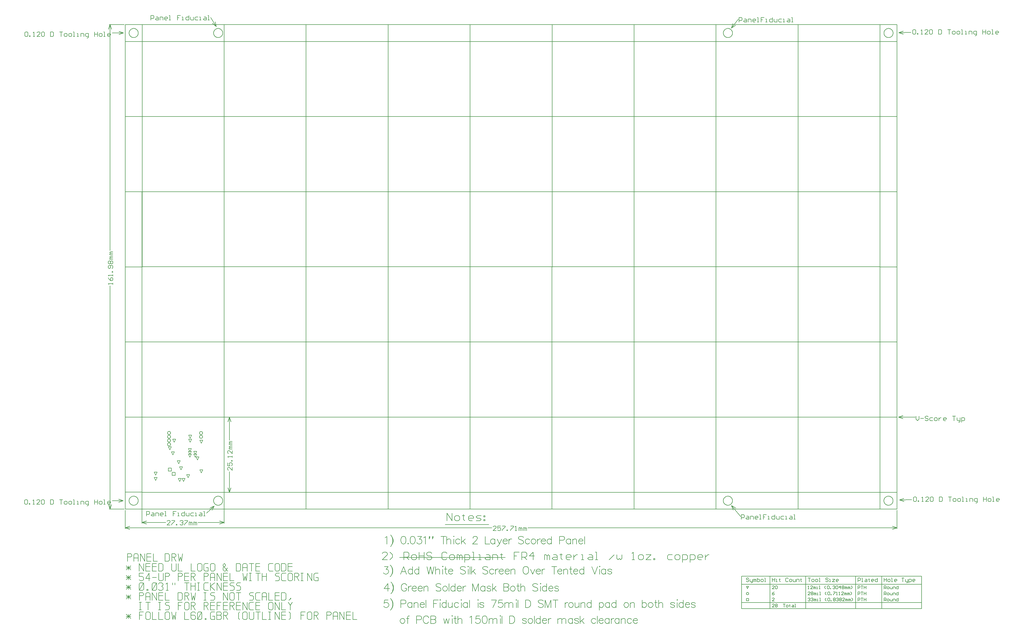
<source format=gbr>
*%FSLAX24Y24*%
%MOIN*%
%IPPOS*%
%ADD10R,0.03X0.03*%
%ADD11R,0.03X0.03*%
%ADD12R,0.0155X0.05*%
%ADD13C,0.05*%
%ADD14R,0.0394X0.0709*%
%AMD15*
21,1,0.0206,0.01,0.0,0.0,0.0*
21,1,0.0256,0.005,0.0,0.0,0.0*
1,1,0.005,0.0103,0.0025*
1,1,0.005,-0.0103,0.0025*
1,1,0.005,0.0103,-0.0025*
1,1,0.005,-0.0103,-0.0025*%
%ADD15D15*%
G04:---LTIenv:A015:17,0.0256,0.01,0.0025 *
%AMD16*
21,1,0.005,0.0256,0.0,0.0,0.0*
21,1,0.01,0.0206,0.0,0.0,0.0*
1,1,0.005,0.0025,0.0103*
1,1,0.005,-0.0025,0.0103*
1,1,0.005,0.0025,-0.0103*
1,1,0.005,-0.0025,-0.0103*%
%ADD16D16*%
G04:---LTIenv:A016:17,0.01,0.0256,0.0025 *
%AMD17*
4,1,8
,0.0049,0.0103
,0.0049,-0.0103
,0.0025,-0.0128
,-0.0025,-0.0128
,-0.0049,-0.0103
,-0.0049,0.0103
,-0.0025,0.0128
,0.0025,0.0128,0.0049,0.0103,0.0*%
%ADD17D17*%
%AMD18*
4,1,8
,-0.0103,0.0049
,0.0103,0.0049
,0.0128,0.0025
,0.0128,-0.0025
,0.0103,-0.0049
,-0.0103,-0.0049
,-0.0128,-0.0025
,-0.0128,0.0025,-0.0103,0.0049,0.0*%
%ADD18D18*%
%ADD19C,0.012*%
%ADD20C,0.02*%
%ADD21C,0.008*%
%ADD22C,0.01*%
%ADD23C,0.009*%
%ADD24C,0.15*%
%ADD25C,0.075*%
%ADD26C,0.15*%
%ADD27C,0.052*%
%ADD28R,0.062X0.04*%
%ADD29O,0.062X0.04*%
%ADD30C,0.026*%
%ADD31C,0.092*%
%ADD32C,0.06*%
%ADD33R,0.13X0.15*%
%AMD34*
1,1,0.1,0.0,0.0*
1,0,0.0875,0.0,0.0*
1,1,0.05,0.0,0.0*
1,0,0.0375,0.0,0.0*
20,1,0.0062,0.0,-0.0969,0.0,0.0969,0.0*
20,1,0.0062,-0.0969,0.0,0.0969,0.0,0.0*%
%ADD34D34*%
G04:---LTIenv:A034:6,0.2,6 *
%ADD35C,0.07*%
%ADD36R,0.038X0.038*%
%ADD37R,0.038X0.038*%
%ADD38R,0.0185X0.053*%
%ADD39C,0.1*%
%ADD40R,0.0474X0.0789*%
%AMD41*
21,1,0.0206,0.014,0.0,0.0,0.0*
21,1,0.0296,0.005,0.0,0.0,0.0*
1,1,0.009,0.0103,0.0025*
1,1,0.009,-0.0103,0.0025*
1,1,0.009,0.0103,-0.0025*
1,1,0.009,-0.0103,-0.0025*%
%ADD41D41*%
G04:---LTIenv:A041:17,0.0296,0.014,0.0045 *
%AMD42*
21,1,0.005,0.0296,0.0,0.0,0.0*
21,1,0.014,0.0206,0.0,0.0,0.0*
1,1,0.009,0.0025,0.0103*
1,1,0.009,-0.0025,0.0103*
1,1,0.009,0.0025,-0.0103*
1,1,0.009,-0.0025,-0.0103*%
%ADD42D42*%
G04:---LTIenv:A042:17,0.014,0.0296,0.0045 *
%AMD43*
4,1,8
,0.0069,0.0113
,0.0069,-0.0113
,0.0035,-0.0148
,-0.0035,-0.0148
,-0.0069,-0.0113
,-0.0069,0.0113
,-0.0035,0.0148
,0.0035,0.0148,0.0069,0.0113,0.0*%
%ADD43D43*%
%AMD44*
4,1,8
,-0.0113,0.0069
,0.0113,0.0069
,0.0148,0.0035
,0.0148,-0.0035
,0.0113,-0.0069
,-0.0113,-0.0069
,-0.0148,-0.0035
,-0.0148,0.0035,-0.0113,0.0069,0.0*%
%ADD44D44*%
%ADD45R,0.066X0.044*%
%ADD46O,0.066X0.044*%
%ADD48C,0.1*%
%ADD49R,0.138X0.158*%
%AMD55*
4,1,8
,0.0049,0.0103
,0.0049,-0.0103
,0.0025,-0.0128
,-0.0025,-0.0128
,-0.0049,-0.0103
,-0.0049,0.0103
,-0.0025,0.0128
,0.0025,0.0128,0.0049,0.0103,0.0*%
%ADD55D55*%
%AMD56*
4,1,8
,-0.0103,0.0049
,0.0103,0.0049
,0.0128,0.0025
,0.0128,-0.0025
,0.0103,-0.0049
,-0.0103,-0.0049
,-0.0128,-0.0025
,-0.0128,0.0025,-0.0103,0.0049,0.0*%
%ADD56D56*%
%ADD200C,0.002*%
%ADD901C,0.012*%
G04:---LTIenv:A901:15,0.012,1 *
%ADD902C,0.028*%
G04:---LTIenv:A902:15,0.028,2 *
%ADD903C,0.033*%
G04:---LTIenv:A903:15,0.033,3 *
%ADD904C,0.12*%
G04:---LTIenv:A904:15,0.12,4 *

%LPD*%
D21*X126Y-13839D2*X724Y-14382D1*X126D2*X724Y-13839D1*X126Y-14115D2*X724D1*X425Y-14382D2*Y-13839D1*X1858Y-13957D2*X2252D1*X1858Y-14532D2*Y-13532D1*X2402*X2693Y-13689D2*Y-14382D1*X2843Y-14532*X3142*X3291Y-14382*Y-13689*X3142Y-13532*X2843*X2693Y-13689*X4110Y-14532D2*X3567D1*Y-13532*X4961Y-14532D2*X4417D1*Y-13532*X5244Y-13689D2*Y-14382D1*X5394Y-14532*X5693*X5843Y-14382*Y-13689*X5693Y-13532*X5394*X5244Y-13689*X6685Y-13532D2*X6559Y-14532D1*X6409Y-13934*X6260Y-14532*X6110Y-13532*X8362Y-14532D2*X7819D1*Y-13532*X8646Y-13957D2*X9094D1*X9244Y-14115*Y-14382*X9094Y-14532*X8795*X8646Y-14335*Y-13689*X8795Y-13532*X9094*X9244Y-13689*X9488Y-14532D2*X10087Y-13532D1*X9638D2*X9488Y-13689D1*Y-14382*X9638Y-14532*X9937*X10087Y-14382*Y-13689*X9937Y-13532*X9638*X10504Y-14532D2*X10654D1*Y-14382*X10504*Y-14532*X11480Y-14083D2*X11756D1*Y-14532*X11354*X11205Y-14382*Y-13689*X11354Y-13532*X11756*X12039Y-13957D2*X12488D1*X12039Y-14532D2*X12488D1*X12638Y-14382*Y-14083*X12488Y-13957*X12638Y-13839*Y-13689*X12488Y-13532*X12039*Y-14532*X13173Y-13989D2*X13472Y-14532D1*X12929Y-13989D2*X13323D1*X13472Y-13839*Y-13689*X13323Y-13532*X12929*Y-14532*X15024D2*X14898Y-14382D1*Y-13689*X15024Y-13532*X15449Y-13689D2*Y-14382D1*X15598Y-14532*X15898*X16047Y-14382*Y-13689*X15898Y-13532*X15598*X15449Y-13689*X16906Y-13532D2*Y-14382D1*X16756Y-14532*X16457*X16307Y-14382*Y-13532*X17465Y-14532D2*Y-13532D1*X17165D2*X17764D1*X18567Y-14532D2*X18024D1*Y-13532*X18843Y-14532D2*X19142D1*X18992D2*Y-13532D1*X18843D2*X19142D1*X20283D2*Y-14532D1*X19709Y-13532*Y-14532*X20567Y-13957D2*X21118D1*Y-13532D2*X20567D1*Y-14532*X21118*X21543D2*X21693Y-14382D1*Y-13689*X21543Y-13532*X23118Y-13957D2*X23512D1*X23118Y-14532D2*Y-13532D1*X23661*X23953Y-13689D2*Y-14382D1*X24102Y-14532*X24402*X24551Y-14382*Y-13689*X24402Y-13532*X24102*X23953Y-13689*X25079Y-13989D2*X25378Y-14532D1*X24835Y-13989D2*X25228D1*X25378Y-13839*Y-13689*X25228Y-13532*X24835*Y-14532*X26520Y-13957D2*X26945D1*X27094Y-13808*Y-13689*X26945Y-13532*X26520*Y-14532*X27354Y-14083D2*X27929D1*Y-14532D2*Y-13689D1*X27780Y-13532*X27504*X27354Y-13689*Y-14532*X28787Y-13532D2*Y-14532D1*X28213Y-13532*Y-14532*X29071Y-13957D2*X29622D1*Y-13532D2*X29071D1*Y-14532*X29622*X30472D2*X29929D1*Y-13532*X299Y-6303D2*X725D1*X874Y-6154*Y-6035*X725Y-5878*X299*Y-6878*X1134Y-6429D2*X1709D1*Y-6878D2*Y-6035D1*X1559Y-5878*X1284*X1134Y-6035*Y-6878*X2567Y-5878D2*Y-6878D1*X1992Y-5878*Y-6878*X2851Y-6303D2*X3402D1*Y-5878D2*X2851D1*Y-6878*X3402*X4252D2*X3709D1*Y-5878*X126Y-7461D2*X724Y-8004D1*X126D2*X724Y-7461D1*X126Y-7737D2*X724D1*X425Y-8004D2*Y-7461D1*X2425Y-7154D2*Y-8154D1*X1850Y-7154*Y-8154*X2709Y-7579D2*X3260D1*Y-7154D2*X2709D1*Y-8154*X3260*X3559Y-7579D2*X4110D1*Y-7154D2*X3559D1*Y-8154*X4110*X4819D2*X4969Y-8004D1*Y-7311*X4819Y-7154*X4394*Y-8154*X4819*X6701Y-7154D2*Y-8004D1*X6551Y-8154*X6252*X6102Y-8004*Y-7154*X7512Y-8154D2*X6969D1*Y-7154*X9213Y-8154D2*X8669D1*Y-7154*X9496Y-7311D2*Y-8004D1*X9646Y-8154*X9945*X10094Y-8004*Y-7311*X9945Y-7154*X9646*X9496Y-7311*X10630Y-7705D2*X10906D1*Y-8154*X10504*X10354Y-8004*Y-7311*X10504Y-7154*X10906*X11197Y-7311D2*Y-8004D1*X11346Y-8154*X11646*X11795Y-8004*Y-7311*X11646Y-7154*X11346*X11197Y-7311*X13457Y-8154D2*X12858Y-7461D1*Y-7311*X13024Y-7154*X13181Y-7311*Y-7461*X12858Y-7705*Y-8004*X13008Y-8154*X13157*X13307Y-8036*Y-7886*X13457Y-7737*X15024Y-8154D2*X15173Y-8004D1*Y-7311*X15024Y-7154*X14598*Y-8154*X15024*X15449Y-7705D2*X16024D1*Y-8154D2*Y-7311D1*X15874Y-7154*X15598*X15449Y-7311*Y-8154*X16614D2*Y-7154D1*X16315D2*X16913D1*X17165Y-7579D2*X17717D1*Y-7154D2*X17165D1*Y-8154*X17717*X19433D2*X18984D1*X18835Y-8004*Y-7311*X18984Y-7154*X19433*X19701Y-7311D2*Y-8004D1*X19850Y-8154*X20150*X20299Y-8004*Y-7311*X20150Y-7154*X19850*X19701Y-7311*X20976Y-8154D2*X21126Y-8004D1*Y-7311*X20976Y-7154*X20551*Y-8154*X20976*X21417Y-7579D2*X21969D1*Y-7154D2*X21417D1*Y-8154*X21969*X126Y-8737D2*X724Y-9280D1*X126D2*X724Y-8737D1*X126Y-9012D2*X724D1*X425Y-9280D2*Y-8737D1*X2402Y-8430D2*X1850D1*Y-8855*X2252*X2402Y-9012*Y-9280*X2252Y-9430*X2000*X1850Y-9280*X3283Y-9130D2*X2709D1*X3134Y-8430*Y-9430*X3559Y-9012D2*X4110D1*X5000Y-8430D2*Y-9280D1*X4850Y-9430*X4551*X4402Y-9280*Y-8430*X5260Y-8855D2*X5685D1*X5835Y-8705*Y-8587*X5685Y-8430*X5260*Y-9430*X6961Y-8855D2*X7386D1*X7535Y-8705*Y-8587*X7386Y-8430*X6961*Y-9430*X7811Y-8855D2*X8362D1*Y-8430D2*X7811D1*Y-9430*X8362*X8921Y-8886D2*X9220Y-9430D1*X8677Y-8886D2*X9071D1*X9220Y-8737*Y-8587*X9071Y-8430*X8677*Y-9430*X10362Y-8855D2*X10787D1*X10937Y-8705*Y-8587*X10787Y-8430*X10362*Y-9430*X11197Y-8981D2*X11772D1*Y-9430D2*Y-8587D1*X11622Y-8430*X11346*X11197Y-8587*Y-9430*X12630Y-8430D2*Y-9430D1*X12055Y-8430*Y-9430*X12913Y-8855D2*X13465D1*Y-8430D2*X12913D1*Y-9430*X13465*X14315D2*X13772D1*Y-8430*X16039D2*X15913Y-9430D1*X15764Y-8831*X15614Y-9430*X15465Y-8430*X16291Y-9430D2*X16591D1*X16441D2*Y-8430D1*X16291D2*X16591D1*X17465Y-9430D2*Y-8430D1*X17165D2*X17764D1*X18000Y-8855D2*X18575D1*Y-9430D2*Y-8430D1*X18000Y-9430D2*Y-8430D1*X19724Y-9430D2*X20126D1*X20276Y-9280*Y-8981*X20126Y-8831*X19874*X19724Y-8682*Y-8587*X19874Y-8430*X20276*X21134Y-9430D2*X20685D1*X20535Y-9280*Y-8587*X20685Y-8430*X21134*X21402Y-8587D2*Y-9280D1*X21551Y-9430*X21850*X22000Y-9280*Y-8587*X21850Y-8430*X21551*X21402Y-8587*X22528Y-8886D2*X22827Y-9430D1*X22283Y-8886D2*X22677D1*X22827Y-8737*Y-8587*X22677Y-8430*X22283*Y-9430*X23094D2*X23394D1*X23244D2*Y-8430D1*X23094D2*X23394D1*X24535D2*Y-9430D1*X23961Y-8430*Y-9430*X25087Y-8981D2*X25362D1*Y-9430*X24961*X24811Y-9280*Y-8587*X24961Y-8430*X25362*X126Y-10012D2*X724Y-10556D1*X126D2*X724Y-10012D1*X126Y-10288D2*X724D1*X425Y-10556D2*Y-10012D1*X1835Y-10705D2*X2433Y-9705D1*X1984D2*X1835Y-9863D1*Y-10556*X1984Y-10705*X2283*X2433Y-10556*Y-9863*X2283Y-9705*X1984*X2850Y-10705D2*X3000D1*Y-10556*X2850*Y-10705*X3535D2*X4134Y-9705D1*X3685D2*X3535Y-9863D1*Y-10556*X3685Y-10705*X3984*X4134Y-10556*Y-9863*X3984Y-9705*X3685*X4362Y-10556D2*X4512Y-10705D1*X4819*X4969Y-10556*Y-10311*X4819Y-10162*X4969Y-10012*Y-9863*X4819Y-9705*X4512*X4362Y-9863*X5378Y-10705D2*X5677D1*X5528D2*Y-9705D1*X5378Y-9863*X6535Y-9957D2*Y-9705D1*X6236Y-9957D2*Y-9705D1*X8110Y-10705D2*Y-9705D1*X7811D2*X8409D1*X8646Y-10130D2*X9220D1*Y-10705D2*Y-9705D1*X8646Y-10705D2*Y-9705D1*X9488Y-10705D2*X9787D1*X9638D2*Y-9705D1*X9488D2*X9787D1*X10929Y-10705D2*X10480D1*X10331Y-10556*Y-9863*X10480Y-9705*X10929*X11220Y-10705D2*Y-9705D1*X11772Y-10705D2*X11220Y-10130D1*X11772Y-9705*X12630D2*Y-10705D1*X12055Y-9705*Y-10705*X12913Y-10130D2*X13465D1*Y-9705D2*X12913D1*Y-10705*X13465*X13772D2*X14173D1*X14323Y-10556*Y-10256*X14173Y-10107*X13921*X13772Y-9957*Y-9863*X13921Y-9705*X14323*X14622Y-10705D2*X15024D1*X15173Y-10556*Y-10256*X15024Y-10107*X14772*X14622Y-9957*Y-9863*X14772Y-9705*X15173*X126Y-11288D2*X724Y-11831D1*X126D2*X724Y-11288D1*X126Y-11563D2*X724D1*X425Y-11831D2*Y-11288D1*X1858Y-11406D2*X2283D1*X2433Y-11256*Y-11138*X2283Y-10981*X1858*Y-11981*X2693Y-11532D2*X3268D1*Y-11981D2*Y-11138D1*X3118Y-10981*X2843*X2693Y-11138*Y-11981*X4126Y-10981D2*Y-11981D1*X3551Y-10981*Y-11981*X4409Y-11406D2*X4961D1*Y-10981D2*X4409D1*Y-11981*X4961*X5811D2*X5268D1*Y-10981*X7370Y-11981D2*X7520Y-11831D1*Y-11138*X7370Y-10981*X6945*Y-11981*X7370*X8071Y-11437D2*X8370Y-11981D1*X7827Y-11437D2*X8220D1*X8370Y-11288*Y-11138*X8220Y-10981*X7827*Y-11981*X9236Y-10981D2*X9110Y-11981D1*X8961Y-11382*X8811Y-11981*X8661Y-10981*X10339Y-11981D2*X10638D1*X10488D2*Y-10981D1*X10339D2*X10638D1*X11220Y-11981D2*X11622D1*X11772Y-11831*Y-11532*X11622Y-11382*X11370*X11220Y-11233*Y-11138*X11370Y-10981*X11772*X13480D2*Y-11981D1*X12906Y-10981*Y-11981*X13748Y-11138D2*Y-11831D1*X13898Y-11981*X14197*X14346Y-11831*Y-11138*X14197Y-10981*X13898*X13748Y-11138*X14913Y-11981D2*Y-10981D1*X14614D2*X15213D1*X16323Y-11981D2*X16724D1*X16874Y-11831*Y-11532*X16724Y-11382*X16472*X16323Y-11233*Y-11138*X16472Y-10981*X16874*X17732Y-11981D2*X17283D1*X17134Y-11831*Y-11138*X17283Y-10981*X17732*X18000Y-11532D2*X18575D1*Y-11981D2*Y-11138D1*X18425Y-10981*X18150*X18000Y-11138*Y-11981*X19417D2*X18874D1*Y-10981*X19717Y-11406D2*X20268D1*Y-10981D2*X19717D1*Y-11981*X20268*X20976D2*X21126Y-11831D1*Y-11138*X20976Y-10981*X20551*Y-11981*X20976*X21701Y-11847D2*Y-11737D1*X21819*X21543Y-11981*X1835Y-13256D2*X2134D1*X1984D2*Y-12256D1*X1835D2*X2134D1*X3008Y-13256D2*Y-12256D1*X2709D2*X3307D1*X4386Y-13256D2*X4685D1*X4535D2*Y-12256D1*X4386D2*X4685D1*X5268Y-13256D2*X5669D1*X5819Y-13107*Y-12808*X5669Y-12658*X5417*X5268Y-12508*Y-12414*X5417Y-12256*X5819*X6961Y-12682D2*X7354D1*X6961Y-13256D2*Y-12256D1*X7504*X7795Y-12414D2*Y-13107D1*X7945Y-13256*X8244*X8394Y-13107*Y-12414*X8244Y-12256*X7945*X7795Y-12414*X8921Y-12713D2*X9220Y-13256D1*X8677Y-12713D2*X9071D1*X9220Y-12563*Y-12414*X9071Y-12256*X8677*Y-13256*X10622Y-12713D2*X10921Y-13256D1*X10378Y-12713D2*X10772D1*X10921Y-12563*Y-12414*X10772Y-12256*X10378*Y-13256*X11213Y-12682D2*X11764D1*Y-12256D2*X11213D1*Y-13256*X11764*X12063Y-12682D2*X12457D1*X12063Y-13256D2*Y-12256D1*X12606*X12913Y-12682D2*X13465D1*Y-12256D2*X12913D1*Y-13256*X13465*X14024Y-12713D2*X14323Y-13256D1*X13780Y-12713D2*X14173D1*X14323Y-12563*Y-12414*X14173Y-12256*X13780*Y-13256*X14614Y-12682D2*X15165D1*Y-12256D2*X14614D1*Y-13256*X15165*X16031Y-12256D2*Y-13256D1*X15457Y-12256*Y-13256*X16882D2*X16433D1*X16283Y-13107*Y-12414*X16433Y-12256*X16882*X17165Y-12682D2*X17717D1*Y-12256D2*X17165D1*Y-13256*X17717*X18850Y-12414D2*Y-13107D1*X19000Y-13256*X19299*X19449Y-13107*Y-12414*X19299Y-12256*X19000*X18850Y-12414*X20283Y-12256D2*Y-13256D1*X19709Y-12256*Y-13256*X21118D2*X20575D1*Y-12256*X21433D2*X21709Y-12658D1*X21984Y-12256*X21709Y-13256D2*Y-12658D1*X5669Y-6878D2*X5819Y-6728D1*Y-6035*X5669Y-5878*X5244*Y-6878*X5669*X6370Y-6335D2*X6669Y-6878D1*X6126Y-6335D2*X6520D1*X6669Y-6185*Y-6035*X6520Y-5878*X6126*Y-6878*X7535Y-5878D2*X7409Y-6878D1*X7260Y-6280*X7110Y-6878*X6961Y-5878*X36074Y-6348D2*X49968D1*X10170Y10020D2*Y10027D1*Y10034*X10169Y10041*X10168Y10048*X10167Y10055*X10166Y10062*X10164Y10068*X10162Y10075*X10160Y10082*X10158Y10088*X10155Y10095*X10153Y10101*X10150Y10108*X10147Y10114*X10143Y10120*X10140Y10126*X10136Y10132*X10132Y10138*X10128Y10143*X10123Y10149*X10119Y10154*X10114Y10159*X10109Y10164*X10104Y10169*X10099Y10173*X10093Y10178*X10088Y10182*X10082Y10186*X10076Y10190*X10070Y10193*X10064Y10197*X10058Y10200*X10051Y10203*X10045Y10205*X10038Y10208*X10032Y10210*X10025Y10212*X10018Y10214*X10012Y10216*X10005Y10217*X9998Y10218*X9991Y10219*X9984Y10220*X9977*X9970*X9963*X9956*X9949Y10219*X9942Y10218*X9935Y10217*X9928Y10216*X9922Y10214*X9915Y10212*X9908Y10210*X9902Y10208*X9895Y10205*X9889Y10203*X9882Y10200*X9876Y10197*X9870Y10193*X9864Y10190*X9858Y10186*X9852Y10182*X9847Y10178*X9841Y10173*X9836Y10169*X9831Y10164*X9826Y10159*X9821Y10154*X9817Y10149*X9812Y10143*X9808Y10138*X9804Y10132*X9800Y10126*X9797Y10120*X9793Y10114*X9790Y10108*X9787Y10101*X9785Y10095*X9782Y10088*X9780Y10082*X9778Y10075*X9776Y10068*X9774Y10062*X9773Y10055*X9772Y10048*X9771Y10041*X9770Y10034*Y10027*Y10020*Y10013*Y10006*X9771Y9999*X9772Y9992*X9773Y9985*X9774Y9978*X9776Y9972*X9778Y9965*X9780Y9958*X9782Y9952*X9785Y9945*X9787Y9939*X9790Y9932*X9793Y9926*X9797Y9920*X9800Y9914*X9804Y9908*X9808Y9902*X9812Y9897*X9817Y9891*X9821Y9886*X9826Y9881*X9831Y9876*X9836Y9871*X9841Y9867*X9847Y9862*X9852Y9858*X9858Y9854*X9864Y9850*X9870Y9847*X9876Y9843*X9882Y9840*X9889Y9837*X9895Y9835*X9902Y9832*X9908Y9830*X9915Y9828*X9922Y9826*X9928Y9824*X9935Y9823*X9942Y9822*X9949Y9821*X9956Y9820*X9963*X9970*X9977*X9984*X9991Y9821*X9998Y9822*X10005Y9823*X10012Y9824*X10018Y9826*X10025Y9828*X10032Y9830*X10038Y9832*X10045Y9835*X10051Y9837*X10058Y9840*X10064Y9843*X10070Y9847*X10076Y9850*X10082Y9854*X10088Y9858*X10093Y9862*X10099Y9867*X10104Y9871*X10109Y9876*X10114Y9881*X10119Y9886*X10123Y9891*X10128Y9897*X10132Y9902*X10136Y9908*X10140Y9914*X10143Y9920*X10147Y9926*X10150Y9932*X10153Y9939*X10155Y9945*X10158Y9952*X10160Y9958*X10162Y9965*X10164Y9972*X10166Y9978*X10167Y9985*X10168Y9992*X10169Y9999*X10170Y10006*Y10013*Y10020*Y9520D2*Y9527D1*Y9534*X10169Y9541*X10168Y9548*X10167Y9555*X10166Y9562*X10164Y9568*X10162Y9575*X10160Y9582*X10158Y9588*X10155Y9595*X10153Y9601*X10150Y9608*X10147Y9614*X10143Y9620*X10140Y9626*X10136Y9632*X10132Y9638*X10128Y9643*X10123Y9649*X10119Y9654*X10114Y9659*X10109Y9664*X10104Y9669*X10099Y9673*X10093Y9678*X10088Y9682*X10082Y9686*X10076Y9690*X10070Y9693*X10064Y9697*X10058Y9700*X10051Y9703*X10045Y9705*X10038Y9708*X10032Y9710*X10025Y9712*X10018Y9714*X10012Y9716*X10005Y9717*X9998Y9718*X9991Y9719*X9984Y9720*X9977*X9970*X9963*X9956*X9949Y9719*X9942Y9718*X9935Y9717*X9928Y9716*X9922Y9714*X9915Y9712*X9908Y9710*X9902Y9708*X9895Y9705*X9889Y9703*X9882Y9700*X9876Y9697*X9870Y9693*X9864Y9690*X9858Y9686*X9852Y9682*X9847Y9678*X9841Y9673*X9836Y9669*X9831Y9664*X9826Y9659*X9821Y9654*X9817Y9649*X9812Y9643*X9808Y9638*X9804Y9632*X9800Y9626*X9797Y9620*X9793Y9614*X9790Y9608*X9787Y9601*X9785Y9595*X9782Y9588*X9780Y9582*X9778Y9575*X9776Y9568*X9774Y9562*X9773Y9555*X9772Y9548*X9771Y9541*X9770Y9534*Y9527*Y9520*Y9513*Y9506*X9771Y9499*X9772Y9492*X9773Y9485*X9774Y9478*X9776Y9472*X9778Y9465*X9780Y9458*X9782Y9452*X9785Y9445*X9787Y9439*X9790Y9432*X9793Y9426*X9797Y9420*X9800Y9414*X9804Y9408*X9808Y9402*X9812Y9397*X9817Y9391*X9821Y9386*X9826Y9381*X9831Y9376*X9836Y9371*X9841Y9367*X9847Y9362*X9852Y9358*X9858Y9354*X9864Y9350*X9870Y9347*X9876Y9343*X9882Y9340*X9889Y9337*X9895Y9335*X9902Y9332*X9908Y9330*X9915Y9328*X9922Y9326*X9928Y9324*X9935Y9323*X9942Y9322*X9949Y9321*X9956Y9320*X9963*X9970*X9977*X9984*X9991Y9321*X9998Y9322*X10005Y9323*X10012Y9324*X10018Y9326*X10025Y9328*X10032Y9330*X10038Y9332*X10045Y9335*X10051Y9337*X10058Y9340*X10064Y9343*X10070Y9347*X10076Y9350*X10082Y9354*X10088Y9358*X10093Y9362*X10099Y9367*X10104Y9371*X10109Y9376*X10114Y9381*X10119Y9386*X10123Y9391*X10128Y9397*X10132Y9402*X10136Y9408*X10140Y9414*X10143Y9420*X10147Y9426*X10150Y9432*X10153Y9439*X10155Y9445*X10158Y9452*X10160Y9458*X10162Y9465*X10164Y9472*X10166Y9478*X10167Y9485*X10168Y9492*X10169Y9499*X10170Y9506*Y9513*Y9520*X5960Y10030D2*Y10037D1*Y10044*X5959Y10051*X5958Y10058*X5957Y10065*X5956Y10072*X5954Y10078*X5952Y10085*X5950Y10092*X5948Y10098*X5945Y10105*X5943Y10111*X5940Y10118*X5937Y10124*X5933Y10130*X5930Y10136*X5926Y10142*X5922Y10148*X5918Y10153*X5913Y10159*X5909Y10164*X5904Y10169*X5899Y10174*X5894Y10179*X5889Y10183*X5883Y10188*X5878Y10192*X5872Y10196*X5866Y10200*X5860Y10203*X5854Y10207*X5848Y10210*X5841Y10213*X5835Y10215*X5828Y10218*X5822Y10220*X5815Y10222*X5808Y10224*X5802Y10226*X5795Y10227*X5788Y10228*X5781Y10229*X5774Y10230*X5767*X5760*X5753*X5746*X5739Y10229*X5732Y10228*X5725Y10227*X5718Y10226*X5712Y10224*X5705Y10222*X5698Y10220*X5692Y10218*X5685Y10215*X5679Y10213*X5672Y10210*X5666Y10207*X5660Y10203*X5654Y10200*X5648Y10196*X5642Y10192*X5637Y10188*X5631Y10183*X5626Y10179*X5621Y10174*X5616Y10169*X5611Y10164*X5607Y10159*X5602Y10153*X5598Y10148*X5594Y10142*X5590Y10136*X5587Y10130*X5583Y10124*X5580Y10118*X5577Y10111*X5575Y10105*X5572Y10098*X5570Y10092*X5568Y10085*X5566Y10078*X5564Y10072*X5563Y10065*X5562Y10058*X5561Y10051*X5560Y10044*Y10037*Y10030*Y10023*Y10016*X5561Y10009*X5562Y10002*X5563Y9995*X5564Y9988*X5566Y9982*X5568Y9975*X5570Y9968*X5572Y9962*X5575Y9955*X5577Y9949*X5580Y9942*X5583Y9936*X5587Y9930*X5590Y9924*X5594Y9918*X5598Y9912*X5602Y9907*X5607Y9901*X5611Y9896*X5616Y9891*X5621Y9886*X5626Y9881*X5631Y9877*X5637Y9872*X5642Y9868*X5648Y9864*X5654Y9860*X5660Y9857*X5666Y9853*X5672Y9850*X5679Y9847*X5685Y9845*X5692Y9842*X5698Y9840*X5705Y9838*X5712Y9836*X5718Y9834*X5725Y9833*X5732Y9832*X5739Y9831*X5746Y9830*X5753*X5760*X5767*X5774*X5781Y9831*X5788Y9832*X5795Y9833*X5802Y9834*X5808Y9836*X5815Y9838*X5822Y9840*X5828Y9842*X5835Y9845*X5841Y9847*X5848Y9850*X5854Y9853*X5860Y9857*X5866Y9860*X5872Y9864*X5878Y9868*X5883Y9872*X5889Y9877*X5894Y9881*X5899Y9886*X5904Y9891*X5909Y9896*X5913Y9901*X5918Y9907*X5922Y9912*X5926Y9918*X5930Y9924*X5933Y9930*X5937Y9936*X5940Y9942*X5943Y9949*X5945Y9955*X5948Y9962*X5950Y9968*X5952Y9975*X5954Y9982*X5956Y9988*X5957Y9995*X5958Y10002*X5959Y10009*X5960Y10016*Y10023*Y10030*Y9530D2*Y9537D1*Y9544*X5959Y9551*X5958Y9558*X5957Y9565*X5956Y9572*X5954Y9578*X5952Y9585*X5950Y9592*X5948Y9598*X5945Y9605*X5943Y9611*X5940Y9618*X5937Y9624*X5933Y9630*X5930Y9636*X5926Y9642*X5922Y9648*X5918Y9653*X5913Y9659*X5909Y9664*X5904Y9669*X5899Y9674*X5894Y9679*X5889Y9683*X5883Y9688*X5878Y9692*X5872Y9696*X5866Y9700*X5860Y9703*X5854Y9707*X5848Y9710*X5841Y9713*X5835Y9715*X5828Y9718*X5822Y9720*X5815Y9722*X5808Y9724*X5802Y9726*X5795Y9727*X5788Y9728*X5781Y9729*X5774Y9730*X5767*X5760*X5753*X5746*X5739Y9729*X5732Y9728*X5725Y9727*X5718Y9726*X5712Y9724*X5705Y9722*X5698Y9720*X5692Y9718*X5685Y9715*X5679Y9713*X5672Y9710*X5666Y9707*X5660Y9703*X5654Y9700*X5648Y9696*X5642Y9692*X5637Y9688*X5631Y9683*X5626Y9679*X5621Y9674*X5616Y9669*X5611Y9664*X5607Y9659*X5602Y9653*X5598Y9648*X5594Y9642*X5590Y9636*X5587Y9630*X5583Y9624*X5580Y9618*X5577Y9611*X5575Y9605*X5572Y9598*X5570Y9592*X5568Y9585*X5566Y9578*X5564Y9572*X5563Y9565*X5562Y9558*X5561Y9551*X5560Y9544*Y9537*Y9530*Y9523*Y9516*X5561Y9509*X5562Y9502*X5563Y9495*X5564Y9488*X5566Y9482*X5568Y9475*X5570Y9468*X5572Y9462*X5575Y9455*X5577Y9449*X5580Y9442*X5583Y9436*X5587Y9430*X5590Y9424*X5594Y9418*X5598Y9412*X5602Y9407*X5607Y9401*X5611Y9396*X5616Y9391*X5621Y9386*X5626Y9381*X5631Y9377*X5637Y9372*X5642Y9368*X5648Y9364*X5654Y9360*X5660Y9357*X5666Y9353*X5672Y9350*X5679Y9347*X5685Y9345*X5692Y9342*X5698Y9340*X5705Y9338*X5712Y9336*X5718Y9334*X5725Y9333*X5732Y9332*X5739Y9331*X5746Y9330*X5753*X5760*X5767*X5774*X5781Y9331*X5788Y9332*X5795Y9333*X5802Y9334*X5808Y9336*X5815Y9338*X5822Y9340*X5828Y9342*X5835Y9345*X5841Y9347*X5848Y9350*X5854Y9353*X5860Y9357*X5866Y9360*X5872Y9364*X5878Y9368*X5883Y9372*X5889Y9377*X5894Y9381*X5899Y9386*X5904Y9391*X5909Y9396*X5913Y9401*X5918Y9407*X5922Y9412*X5926Y9418*X5930Y9424*X5933Y9430*X5937Y9436*X5940Y9442*X5943Y9449*X5945Y9455*X5948Y9462*X5950Y9468*X5952Y9475*X5954Y9482*X5956Y9488*X5957Y9495*X5958Y9502*X5959Y9509*X5960Y9516*Y9523*Y9530*Y9030D2*Y9037D1*Y9044*X5959Y9051*X5958Y9058*X5957Y9065*X5956Y9072*X5954Y9078*X5952Y9085*X5950Y9092*X5948Y9098*X5945Y9105*X5943Y9111*X5940Y9118*X5937Y9124*X5933Y9130*X5930Y9136*X5926Y9142*X5922Y9148*X5918Y9153*X5913Y9159*X5909Y9164*X5904Y9169*X5899Y9174*X5894Y9179*X5889Y9183*X5883Y9188*X5878Y9192*X5872Y9196*X5866Y9200*X5860Y9203*X5854Y9207*X5848Y9210*X5841Y9213*X5835Y9215*X5828Y9218*X5822Y9220*X5815Y9222*X5808Y9224*X5802Y9226*X5795Y9227*X5788Y9228*X5781Y9229*X5774Y9230*X5767*X5760*X5753*X5746*X5739Y9229*X5732Y9228*X5725Y9227*X5718Y9226*X5712Y9224*X5705Y9222*X5698Y9220*X5692Y9218*X5685Y9215*X5679Y9213*X5672Y9210*X5666Y9207*X5660Y9203*X5654Y9200*X5648Y9196*X5642Y9192*X5637Y9188*X5631Y9183*X5626Y9179*X5621Y9174*X5616Y9169*X5611Y9164*X5607Y9159*X5602Y9153*X5598Y9148*X5594Y9142*X5590Y9136*X5587Y9130*X5583Y9124*X5580Y9118*X5577Y9111*X5575Y9105*X5572Y9098*X5570Y9092*X5568Y9085*X5566Y9078*X5564Y9072*X5563Y9065*X5562Y9058*X5561Y9051*X5560Y9044*Y9037*Y9030*Y9023*Y9016*X5561Y9009*X5562Y9002*X5563Y8995*X5564Y8988*X5566Y8982*X5568Y8975*X5570Y8968*X5572Y8962*X5575Y8955*X5577Y8949*X5580Y8942*X5583Y8936*X5587Y8930*X5590Y8924*X5594Y8918*X5598Y8912*X5602Y8907*X5607Y8901*X5611Y8896*X5616Y8891*X5621Y8886*X5626Y8881*X5631Y8877*X5637Y8872*X5642Y8868*X5648Y8864*X5654Y8860*X5660Y8857*X5666Y8853*X5672Y8850*X5679Y8847*X5685Y8845*X5692Y8842*X5698Y8840*X5705Y8838*X5712Y8836*X5718Y8834*X5725Y8833*X5732Y8832*X5739Y8831*X5746Y8830*X5753*X5760*X5767*X5774*X5781Y8831*X5788Y8832*X5795Y8833*X5802Y8834*X5808Y8836*X5815Y8838*X5822Y8840*X5828Y8842*X5835Y8845*X5841Y8847*X5848Y8850*X5854Y8853*X5860Y8857*X5866Y8860*X5872Y8864*X5878Y8868*X5883Y8872*X5889Y8877*X5894Y8881*X5899Y8886*X5904Y8891*X5909Y8896*X5913Y8901*X5918Y8907*X5922Y8912*X5926Y8918*X5930Y8924*X5933Y8930*X5937Y8936*X5940Y8942*X5943Y8949*X5945Y8955*X5948Y8962*X5950Y8968*X5952Y8975*X5954Y8982*X5956Y8988*X5957Y8995*X5958Y9002*X5959Y9009*X5960Y9016*Y9023*Y9030*Y8530D2*Y8537D1*Y8544*X5959Y8551*X5958Y8558*X5957Y8565*X5956Y8572*X5954Y8578*X5952Y8585*X5950Y8592*X5948Y8598*X5945Y8605*X5943Y8611*X5940Y8618*X5937Y8624*X5933Y8630*X5930Y8636*X5926Y8642*X5922Y8648*X5918Y8653*X5913Y8659*X5909Y8664*X5904Y8669*X5899Y8674*X5894Y8679*X5889Y8683*X5883Y8688*X5878Y8692*X5872Y8696*X5866Y8700*X5860Y8703*X5854Y8707*X5848Y8710*X5841Y8713*X5835Y8715*X5828Y8718*X5822Y8720*X5815Y8722*X5808Y8724*X5802Y8726*X5795Y8727*X5788Y8728*X5781Y8729*X5774Y8730*X5767*X5760*X5753*X5746*X5739Y8729*X5732Y8728*X5725Y8727*X5718Y8726*X5712Y8724*X5705Y8722*X5698Y8720*X5692Y8718*X5685Y8715*X5679Y8713*X5672Y8710*X5666Y8707*X5660Y8703*X5654Y8700*X5648Y8696*X5642Y8692*X5637Y8688*X5631Y8683*X5626Y8679*X5621Y8674*X5616Y8669*X5611Y8664*X5607Y8659*X5602Y8653*X5598Y8648*X5594Y8642*X5590Y8636*X5587Y8630*X5583Y8624*X5580Y8618*X5577Y8611*X5575Y8605*X5572Y8598*X5570Y8592*X5568Y8585*X5566Y8578*X5564Y8572*X5563Y8565*X5562Y8558*X5561Y8551*X5560Y8544*Y8537*Y8530*Y8523*Y8516*X5561Y8509*X5562Y8502*X5563Y8495*X5564Y8488*X5566Y8482*X5568Y8475*X5570Y8468*X5572Y8462*X5575Y8455*X5577Y8449*X5580Y8442*X5583Y8436*X5587Y8430*X5590Y8424*X5594Y8418*X5598Y8412*X5602Y8407*X5607Y8401*X5611Y8396*X5616Y8391*X5621Y8386*X5626Y8381*X5631Y8377*X5637Y8372*X5642Y8368*X5648Y8364*X5654Y8360*X5660Y8357*X5666Y8353*X5672Y8350*X5679Y8347*X5685Y8345*X5692Y8342*X5698Y8340*X5705Y8338*X5712Y8336*X5718Y8334*X5725Y8333*X5732Y8332*X5739Y8331*X5746Y8330*X5753*X5760*X5767*X5774*X5781Y8331*X5788Y8332*X5795Y8333*X5802Y8334*X5808Y8336*X5815Y8338*X5822Y8340*X5828Y8342*X5835Y8345*X5841Y8347*X5848Y8350*X5854Y8353*X5860Y8357*X5866Y8360*X5872Y8364*X5878Y8368*X5883Y8372*X5889Y8377*X5894Y8381*X5899Y8386*X5904Y8391*X5909Y8396*X5913Y8401*X5918Y8407*X5922Y8412*X5926Y8418*X5930Y8424*X5933Y8430*X5937Y8436*X5940Y8442*X5943Y8449*X5945Y8455*X5948Y8462*X5950Y8468*X5952Y8475*X5954Y8482*X5956Y8488*X5957Y8495*X5958Y8502*X5959Y8509*X5960Y8516*Y8523*Y8530*X81980Y-11110D2*Y-11104D1*Y-11099*X81979Y-11093*X81978Y-11088*Y-11082*X81977Y-11077*X81975Y-11071*X81974Y-11066*X81972Y-11061*X81970Y-11055*X81968Y-11050*X81966Y-11045*X81964Y-11040*X81961Y-11035*X81959Y-11030*X81956Y-11025*X81953Y-11021*X81949Y-11016*X81946Y-11011*X81943Y-11007*X81939Y-11003*X81935Y-10999*X81931Y-10995*X81927Y-10991*X81923Y-10987*X81919Y-10984*X81914Y-10981*X81909Y-10977*X81905Y-10974*X81900Y-10971*X81895Y-10969*X81890Y-10966*X81885Y-10964*X81880Y-10962*X81875Y-10960*X81869Y-10958*X81864Y-10956*X81859Y-10955*X81853Y-10953*X81848Y-10952*X81842*X81837Y-10951*X81831Y-10950*X81826*X81820*X81814*X81809*X81803Y-10951*X81798Y-10952*X81792*X81787Y-10953*X81781Y-10955*X81776Y-10956*X81771Y-10958*X81765Y-10960*X81760Y-10962*X81755Y-10964*X81750Y-10966*X81745Y-10969*X81740Y-10971*X81735Y-10974*X81731Y-10977*X81726Y-10981*X81721Y-10984*X81717Y-10987*X81713Y-10991*X81709Y-10995*X81705Y-10999*X81701Y-11003*X81697Y-11007*X81694Y-11011*X81691Y-11016*X81687Y-11021*X81684Y-11025*X81681Y-11030*X81679Y-11035*X81676Y-11040*X81674Y-11045*X81672Y-11050*X81670Y-11055*X81668Y-11061*X81666Y-11066*X81665Y-11071*X81663Y-11077*X81662Y-11082*Y-11088*X81661Y-11093*X81660Y-11099*Y-11104*Y-11110*Y-11116*Y-11121*X81661Y-11127*X81662Y-11132*Y-11138*X81663Y-11143*X81665Y-11149*X81666Y-11154*X81668Y-11159*X81670Y-11165*X81672Y-11170*X81674Y-11175*X81676Y-11180*X81679Y-11185*X81681Y-11190*X81684Y-11195*X81687Y-11199*X81691Y-11204*X81694Y-11209*X81697Y-11213*X81701Y-11217*X81705Y-11221*X81709Y-11225*X81713Y-11229*X81717Y-11233*X81721Y-11236*X81726Y-11239*X81731Y-11243*X81735Y-11246*X81740Y-11249*X81745Y-11251*X81750Y-11254*X81755Y-11256*X81760Y-11258*X81765Y-11260*X81771Y-11262*X81776Y-11264*X81781Y-11265*X81787Y-11267*X81792Y-11268*X81798*X81803Y-11269*X81809Y-11270*X81814*X81820*X81826*X81831*X81837Y-11269*X81842Y-11268*X81848*X81853Y-11267*X81859Y-11265*X81864Y-11264*X81869Y-11262*X81875Y-11260*X81880Y-11258*X81885Y-11256*X81890Y-11254*X81895Y-11251*X81900Y-11249*X81905Y-11246*X81909Y-11243*X81914Y-11239*X81919Y-11236*X81923Y-11233*X81927Y-11229*X81931Y-11225*X81935Y-11221*X81939Y-11217*X81943Y-11213*X81946Y-11209*X81949Y-11204*X81953Y-11199*X81956Y-11195*X81959Y-11190*X81961Y-11185*X81964Y-11180*X81966Y-11175*X81968Y-11170*X81970Y-11165*X81972Y-11159*X81974Y-11154*X81975Y-11149*X81977Y-11143*X81978Y-11138*Y-11132*X81979Y-11127*X81980Y-11121*Y-11116*Y-11110*Y-9150D2*X81900Y-9070D1*X81740*X81660Y-9150*Y-9230*X81740Y-9310*X81900*X81980Y-9390*Y-9470*X81900Y-9550*X81740*X81660Y-9470*X82140Y-9230D2*Y-9470D1*X82220Y-9550*X82460*Y-9630*X82380Y-9710*X82300*X82460Y-9550D2*Y-9230D1*X82620Y-9550D2*Y-9230D1*X82700*X82780Y-9310*Y-9550*Y-9310D2*X82860Y-9230D1*X82940Y-9310*Y-9550*X83100Y-9070D2*Y-9550D1*X83340*X83419Y-9470*Y-9390*Y-9310*X83340Y-9230*X83100*X83659Y-9550D2*X83819D1*X83899Y-9470*Y-9310*X83819Y-9230*X83659*X83579Y-9310*Y-9470*X83659Y-9550*X84059D2*X84219D1*X84139*Y-9070*X84059*X85083D2*Y-9550D1*Y-9310*X85403*Y-9070*Y-9550*X85563D2*X85723D1*X85643*Y-9230*X85563*X86043Y-9150D2*Y-9230D1*X85963*X86123*X86043*Y-9470*X86123Y-9550*X87163Y-9150D2*X87083Y-9070D1*X86923*X86843Y-9150*Y-9470*X86923Y-9550*X87083*X87163Y-9470*X87402Y-9550D2*X87562D1*X87642Y-9470*Y-9310*X87562Y-9230*X87402*X87323Y-9310*Y-9470*X87402Y-9550*X87802Y-9230D2*Y-9470D1*X87882Y-9550*X88122*Y-9230*X88282Y-9550D2*Y-9230D1*X88522*X88602Y-9310*Y-9550*X88842Y-9150D2*Y-9230D1*X88762*X88922*X88842*Y-9470*X88922Y-9550*X89786Y-9070D2*X90106D1*X89946*Y-9550*X90346D2*X90506D1*X90586Y-9470*Y-9310*X90506Y-9230*X90346*X90266Y-9310*Y-9470*X90346Y-9550*X90826D2*X90986D1*X91066Y-9470*Y-9310*X90986Y-9230*X90826*X90746Y-9310*Y-9470*X90826Y-9550*X91226D2*X91385D1*X91305*Y-9070*X91226*X92425Y-9150D2*X92345Y-9070D1*X92185*X92105Y-9150*Y-9230*X92185Y-9310*X92345*X92425Y-9390*Y-9470*X92345Y-9550*X92185*X92105Y-9470*X92585Y-9550D2*X92745D1*X92665*Y-9230*X92585*X92985D2*X93305D1*X92985Y-9550*X93305*X93705D2*X93545D1*X93465Y-9470*Y-9310*X93545Y-9230*X93705*X93785Y-9310*Y-9390*X93465*X96352Y-9550D2*Y-9070D1*X96592*X96672Y-9150*Y-9310*X96592Y-9390*X96352*X96832Y-9550D2*X96992D1*X96912*Y-9070*X96832*X97312Y-9230D2*X97472D1*X97552Y-9310*Y-9550*X97312*X97232Y-9470*X97312Y-9390*X97552*X97792Y-9150D2*Y-9230D1*X97712*X97872*X97792*Y-9470*X97872Y-9550*X98351D2*X98192D1*X98112Y-9470*Y-9310*X98192Y-9230*X98351*X98431Y-9310*Y-9390*X98112*X98911Y-9070D2*Y-9550D1*X98671*X98591Y-9470*Y-9310*X98671Y-9230*X98911*X99775Y-9070D2*Y-9550D1*Y-9310*X100095*Y-9070*Y-9550*X100335D2*X100495D1*X100575Y-9470*Y-9310*X100495Y-9230*X100335*X100255Y-9310*Y-9470*X100335Y-9550*X100735D2*X100895D1*X100815*Y-9070*X100735*X101375Y-9550D2*X101215D1*X101135Y-9470*Y-9310*X101215Y-9230*X101375*X101455Y-9310*Y-9390*X101135*X102095Y-9070D2*X102414D1*X102254*Y-9550*X102574Y-9230D2*Y-9470D1*X102654Y-9550*X102894*Y-9630*X102814Y-9710*X102734*X102894Y-9550D2*Y-9230D1*X103054Y-9710D2*Y-9230D1*X103294*X103374Y-9310*Y-9470*X103294Y-9550*X103054*X103774D2*X103614D1*X103534Y-9470*Y-9310*X103614Y-9230*X103774*X103854Y-9310*Y-9390*X103534*X81052Y-8830D2*X104718D1*X81052Y-9910D2*X104718D1*X81052Y-13110D2*Y-8830D1*X104718Y-13110D2*Y-8830D1*X84779Y-13110D2*Y-8830D1*X89482Y-13110D2*Y-8830D1*X96048Y-13110D2*Y-8830D1*X99471Y-13110D2*Y-8830D1*X81052Y-12310D2*X104718D1*X81052Y-13110D2*X104718D1*X87591Y64695D2*X87691D1*Y64095*X87791*X87591*X87392Y64295D2*X87092D1*X86992Y64195*X87092Y64095*X87392*Y64395*X87292Y64495*X87092*X86492D2*X86592D1*Y64095*X86692*X86492*X86292D2*X85992D1*X85892Y64195*Y64395*X85992Y64495*X86292*X85692D2*Y64095D1*X85392*X85292Y64195*Y64495*X85092D2*X84792D1*X84692Y64395*Y64195*X84792Y64095*X85092*Y64695*X84193Y64495D2*X84293D1*Y64095*X84392*X84193*X83593D2*Y64395D1*X83793*X83593D2*Y64695D1*X83993*X83093D2*X83193D1*Y64095*X83293*X83093*X82493Y64295D2*X82893D1*Y64395*X82793Y64495*X82593*X82493Y64395*Y64195*X82593Y64095*X82793*X82293D2*Y64395D1*X82193Y64495*X81893*Y64095*X81693Y64295D2*X81393D1*X81293Y64195*X81393Y64095*X81693*Y64395*X81593Y64495*X81393*X80694Y64295D2*X80994D1*X81094Y64395*Y64595*X80994Y64695*X80694*Y64095*X114444Y62700D2*X114844D1*Y62800*X114744Y62900*X114544*X114444Y62800*Y62600*X114544Y62500*X114744*X113945Y63100D2*X114045D1*Y62500*X114145*X113945*X113445D2*X113345Y62600D1*Y62800*X113445Y62900*X113645*X113745Y62800*Y62600*X113645Y62500*X113445*X113145D2*Y63100D1*Y62800*X112745*Y62500*Y63100*X111945Y62500D2*X111645D1*X111545Y62600*Y62800*X111645Y62900*X111945*Y62400*X111845Y62300*X111745*X111345Y62500D2*Y62800D1*X111246Y62900*X110946*Y62500*X110446Y62900D2*X110546D1*Y62500*X110646*X110446*X109946Y63100D2*X110046D1*Y62500*X110146*X109946*X109446D2*X109346Y62600D1*Y62800*X109446Y62900*X109646*X109746Y62800*Y62600*X109646Y62500*X109446*X108846D2*X108746Y62600D1*Y62800*X108846Y62900*X109046*X109146Y62800*Y62600*X109046Y62500*X108846*X108346D2*Y63100D1*X108546*X108147*X106947D2*X107247D1*X107347Y63000*Y62600*X107247Y62500*X106947*Y63100*X105747Y63000D2*Y62600D1*X105847Y62500*X106047*X106147Y62600*Y63000*X106047Y63100*X105847*X105747Y63000*X105147D2*X105247Y63100D1*X105447*X105547Y63000*Y62900*X105147Y62500*X105547*X104648Y63000D2*X104748Y63100D1*Y62500*X104848*X104648*X104148D2*X104248D1*Y62600*X104148*Y62500*X103548Y63000D2*Y62600D1*X103648Y62500*X103848*X103948Y62600*Y63000*X103848Y63100*X103648*X103548Y63000*X10290Y-290D2*X10390D1*Y-890*X10490*X10290*X10090Y-690D2*X9790D1*X9690Y-790*X9790Y-890*X10090*Y-590*X9990Y-490*X9790*X9190D2*X9290D1*Y-890*X9390*X9190*X8991D2*X8691D1*X8591Y-790*Y-590*X8691Y-490*X8991*X8391D2*Y-890D1*X8091*X7991Y-790*Y-490*X7791D2*X7491D1*X7391Y-590*Y-790*X7491Y-890*X7791*Y-290*X6891Y-490D2*X6991D1*Y-890*X7091*X6891*X6291D2*Y-590D1*X6491*X6291D2*Y-290D1*X6691*X5192D2*X5292D1*Y-890*X5392*X5192*X4592Y-690D2*X4992D1*Y-590*X4892Y-490*X4692*X4592Y-590*Y-790*X4692Y-890*X4892*X4392D2*Y-590D1*X4292Y-490*X3992*Y-890*X3792Y-690D2*X3492D1*X3392Y-790*X3492Y-890*X3792*Y-590*X3692Y-490*X3492*X2793Y-690D2*X3092D1*X3192Y-590*Y-390*X3092Y-290*X2793*Y-890*X114537Y1200D2*X114936D1*Y1300*X114836Y1400*X114636*X114537Y1300*Y1100*X114636Y1000*X114836*X114037Y1600D2*X114137D1*Y1000*X114237*X114037*X113537D2*X113437Y1100D1*Y1300*X113537Y1400*X113737*X113837Y1300*Y1100*X113737Y1000*X113537*X113237D2*Y1600D1*Y1300*X112837*Y1000*Y1600*X112037Y1000D2*X111737D1*X111637Y1100*Y1300*X111737Y1400*X112037*Y900*X111937Y800*X111837*X111438Y1000D2*Y1300D1*X111338Y1400*X111038*Y1000*X110538Y1400D2*X110638D1*Y1000*X110738*X110538*X110038Y1600D2*X110138D1*Y1000*X110238*X110038*X109538D2*X109438Y1100D1*Y1300*X109538Y1400*X109738*X109838Y1300*Y1100*X109738Y1000*X109538*X108938D2*X108838Y1100D1*Y1300*X108938Y1400*X109138*X109238Y1300*Y1100*X109138Y1000*X108938*X108439D2*Y1600D1*X108638*X108239*X107039D2*X107339D1*X107439Y1500*Y1100*X107339Y1000*X107039*Y1600*X105839Y1500D2*Y1100D1*X105939Y1000*X106139*X106239Y1100*Y1500*X106139Y1600*X105939*X105839Y1500*X105240D2*X105339Y1600D1*X105539*X105639Y1500*Y1400*X105240Y1000*X105639*X104740Y1500D2*X104840Y1600D1*Y1000*X104940*X104740*X104240D2*X104340D1*Y1100*X104240*Y1000*X103640Y1500D2*Y1100D1*X103740Y1000*X103940*X104040Y1100*Y1500*X103940Y1600*X103740*X103640Y1500*X-2315Y62403D2*X-1915D1*Y62503*X-2015Y62603*X-2215*X-2315Y62503*Y62303*X-2215Y62203*X-2015*X-2815Y62803D2*X-2715D1*Y62203*X-2615*X-2815*X-3315D2*X-3415Y62303D1*Y62503*X-3315Y62603*X-3115*X-3015Y62503*Y62303*X-3115Y62203*X-3315*X-3615D2*Y62803D1*Y62503*X-4015*Y62203*Y62803*X-4814Y62203D2*X-5114D1*X-5214Y62303*Y62503*X-5114Y62603*X-4814*Y62103*X-4914Y62004*X-5014*X-5414Y62203D2*Y62503D1*X-5514Y62603*X-5814*Y62203*X-6314Y62603D2*X-6214D1*Y62203*X-6114*X-6314*X-6814Y62803D2*X-6714D1*Y62203*X-6614*X-6814*X-7314D2*X-7414Y62303D1*Y62503*X-7314Y62603*X-7114*X-7014Y62503*Y62303*X-7114Y62203*X-7314*X-7913D2*X-8013Y62303D1*Y62503*X-7913Y62603*X-7713*X-7614Y62503*Y62303*X-7713Y62203*X-7913*X-8413D2*Y62803D1*X-8213*X-8613*X-9813D2*X-9513D1*X-9413Y62703*Y62303*X-9513Y62203*X-9813*Y62803*X-11012Y62703D2*Y62303D1*X-10912Y62203*X-10713*X-10613Y62303*Y62703*X-10713Y62803*X-10912*X-11012Y62703*X-11612D2*X-11512Y62803D1*X-11312*X-11212Y62703*Y62603*X-11612Y62203*X-11212*X-12112Y62703D2*X-12012Y62803D1*Y62203*X-11912*X-12112*X-12612D2*X-12512D1*Y62303*X-12612*Y62203*X-13212Y62703D2*Y62303D1*X-13112Y62203*X-12912*X-12812Y62303*Y62703*X-12912Y62803*X-13112*X-13212Y62703*X-2320Y840D2*X-1920D1*Y940*X-2020Y1040*X-2220*X-2320Y940*Y740*X-2220Y640*X-2020*X-2820Y1240D2*X-2720D1*Y640*X-2620*X-2820*X-3320D2*X-3420Y740D1*Y940*X-3320Y1040*X-3120*X-3020Y940*Y740*X-3120Y640*X-3320*X-3619D2*Y1240D1*Y940*X-4019*Y640*Y1240*X-4819Y640D2*X-5119D1*X-5219Y740*Y940*X-5119Y1040*X-4819*Y540*X-4919Y440*X-5019*X-5419Y640D2*Y940D1*X-5519Y1040*X-5819*Y640*X-6319Y1040D2*X-6219D1*Y640*X-6119*X-6319*X-6818Y1240D2*X-6719D1*Y640*X-6619*X-6818*X-7318D2*X-7418Y740D1*Y940*X-7318Y1040*X-7118*X-7018Y940*Y740*X-7118Y640*X-7318*X-7918D2*X-8018Y740D1*Y940*X-7918Y1040*X-7718*X-7618Y940*Y740*X-7718Y640*X-7918*X-8418D2*Y1240D1*X-8218*X-8618*X-9818D2*X-9518D1*X-9418Y1140*Y740*X-9518Y640*X-9818*Y1240*X-11017Y1140D2*Y740D1*X-10917Y640*X-10717*X-10617Y740*Y1140*X-10717Y1240*X-10917*X-11017Y1140*X-11617D2*X-11517Y1240D1*X-11317*X-11217Y1140*Y1040*X-11617Y640*X-11217*X-12117Y1140D2*X-12017Y1240D1*Y640*X-11917*X-12117*X-12617D2*X-12517D1*Y740*X-12617*Y640*X-13216Y1140D2*Y740D1*X-13116Y640*X-12916*X-12817Y740*Y1140*X-12916Y1240*X-13116*X-13216Y1140*X10868Y64980D2*X10968D1*Y64380*X11068*X10868*X10668Y64580D2*X10368D1*X10268Y64480*X10368Y64380*X10668*Y64680*X10568Y64780*X10368*X9768D2*X9868D1*Y64380*X9968*X9768*X9568D2*X9268D1*X9168Y64480*Y64680*X9268Y64780*X9568*X8968D2*Y64380D1*X8668*X8568Y64480*Y64780*X8368D2*X8069D1*X7969Y64680*Y64480*X8069Y64380*X8368*Y64980*X7469Y64780D2*X7569D1*Y64380*X7669*X7469*X6869D2*Y64680D1*X7069*X6869D2*Y64980D1*X7269*X5769D2*X5869D1*Y64380*X5969*X5769*X5169Y64580D2*X5569D1*Y64680*X5469Y64780*X5269*X5169Y64680*Y64480*X5269Y64380*X5469*X4970D2*Y64680D1*X4870Y64780*X4570*Y64380*X4370Y64580D2*X4070D1*X3970Y64480*X4070Y64380*X4370*Y64680*X4270Y64780*X4070*X3370Y64580D2*X3670D1*X3770Y64680*Y64880*X3670Y64980*X3370*Y64380*X87908Y-730D2*X88008D1*Y-1330*X88108*X87908*X87708Y-1130D2*X87408D1*X87308Y-1230*X87408Y-1330*X87708*Y-1030*X87608Y-930*X87408*X86808D2*X86908D1*Y-1330*X87008*X86808*X86608D2*X86308D1*X86208Y-1230*Y-1030*X86308Y-930*X86608*X86008D2*Y-1330D1*X85709*X85609Y-1230*Y-930*X85409D2*X85109D1*X85009Y-1030*Y-1230*X85109Y-1330*X85409*Y-730*X84509Y-930D2*X84609D1*Y-1330*X84709*X84509*X83909D2*Y-1030D1*X84109*X83909D2*Y-730D1*X84309*X83409D2*X83509D1*Y-1330*X83609*X83409*X82809Y-1130D2*X83209D1*Y-1030*X83109Y-930*X82909*X82809Y-1030*Y-1230*X82909Y-1330*X83109*X82610D2*Y-1030D1*X82510Y-930*X82210*Y-1330*X82010Y-1130D2*X81710D1*X81610Y-1230*X81710Y-1330*X82010*Y-1030*X81910Y-930*X81710*X81010Y-1130D2*X81310D1*X81410Y-1030*Y-830*X81310Y-730*X81010*Y-1330*X109968Y11640D2*X110268D1*X110368Y11740*Y11940*X110268Y12040*X109968*Y11440*X109768Y11640D2*Y12040D1*X109568Y11440D2*X109668D1*X109768Y11540*Y11640*X109468*X109368Y11740*Y12040*X108968Y11640D2*Y12240D1*X109168*X108769*X107569Y11840D2*X107969D1*Y11940*X107869Y12040*X107669*X107569Y11940*Y11740*X107669Y11640*X107869*X107269Y12040D2*X107169D1*X107069Y11940*X106969Y11840*Y11640*Y12040*X106469Y11640D2*X106369Y11740D1*Y11940*X106469Y12040*X106669*X106769Y11940*Y11740*X106669Y11640*X106469*X106169D2*X105869D1*X105769Y11740*Y11940*X105869Y12040*X106169*X105170Y11740D2*X105270Y11640D1*X105470*X105570Y11740*Y11840*X105470Y11940*X105270*X105170Y12040*Y12140*X105270Y12240*X105470*X105570Y12140*X104570Y11940D2*X104970D1*X104370Y12240D2*Y11840D1*X104170Y11640*X103970Y11840*Y12240*X-2040Y33776D2*X-1940Y33876D1*X-2040Y33576D2*Y33476D1*X-1640*Y33276D2*X-1940D1*X-2040Y33176*X-1940Y33076*X-2040Y32976*X-2140Y32277D2*X-2040D1*X-1940Y32376*X-1740Y32277D2*X-1640Y32376D1*Y32576*X-1940D2*X-2040Y32676D1*X-2140*X-2240Y32576D2*Y32376D1*X-2140Y32277*X-1940Y31777D2*Y32077D1*X-2140Y31677D2*X-2040D1*X-2140Y32077D2*X-1740D1*Y31677D2*X-1640Y31777D1*Y31277D2*X-1740D1*Y31177*X-2240Y30777D2*X-1640D1*Y30877*Y30677*X-1940Y30077D2*Y30377D1*X-1840Y30477*X-1740*X-1940Y30077D2*X-1740D1*X-2240Y30477D2*X-2140Y30277D1*X-2240Y29677D2*X-2140Y29577D1*X-1640D2*Y29777D1*X52369Y-2420D2*X52469D1*X52170Y-2520D2*X52070Y-2420D1*X51970Y-2520*X51770Y-2820D2*Y-2420D1*X50670Y-2820D2*Y-2720D1*X51070Y-2320*X50170Y-2820D2*X50270D1*X49570D2*Y-2720D1*X49970Y-2320*X48971Y-2720D2*X49071Y-2820D1*X49270*X49370Y-2720D2*Y-2520D1*X49170Y-2420D2*X48971Y-2520D1*Y-2220*X49370*X48671D2*X48771Y-2320D1*Y-2420*X48371Y-2820D2*X48771D1*X13770Y8905D2*X13670Y8805D1*X13770Y8705*X14070*X13670Y8605D2*X13770Y8705D1*X14070Y8105D2*X13770D1*X13670Y8005*Y7905D2*X14070D1*X13470Y7605D2*X13570Y7705D1*X13670*X13470Y6905D2*X13570Y6805D1*X14070D2*Y7005D1*Y6305D2*Y6405D1*X13970Y6305D2*Y6405D1*X14070Y6006D2*X13970Y6105D1*X13770*X13670Y6006*X13470Y5706D2*X13770D1*X13470Y5206D2*Y5406D1*X14070Y5106D2*Y5506D1*X9197Y-1810D2*X9297Y-1710D1*X8797Y-2110D2*Y-1810D1*X7798Y-2010D2*X8197Y-1610D1*Y-1510*X7498Y-2110D2*X7598Y-2010D1*Y-1910D2*X7498Y-1810D1*X7598Y-1710*Y-1610*X6698Y-2110D2*X6798D1*Y-2010*X6698Y-2110D2*Y-2010D1*X6098Y-2110D2*Y-2010D1*X5498Y-1610D2*X5598Y-1510D1*X5798*X5898Y-1610*Y-1710D2*X5498Y-2110D1*X5898*Y-1710D2*Y-1610D1*X6098Y-1510D2*X6498D1*Y-1610*X6098Y-2010*X6698D2*X6798D1*X7198Y-1610D2*X7298Y-1510D1*X7498*X7598Y-1610*X7398Y-1810D2*X7498D1*X7598Y-2010D2*Y-1910D1*X7498Y-2110D2*X7298D1*X7198Y-2010*X7798Y-1510D2*X8197D1*X7798Y-2110D2*Y-2010D1*X8397Y-2110D2*Y-1710D1*X8497*X8597Y-1810*Y-2110*Y-1810D2*X8697Y-1710D1*X8797Y-1810*X8997Y-2110D2*Y-1710D1*X9097*X9197Y-1810*Y-2110*X9297Y-1710D2*X9397Y-1810D1*Y-2110*X14070Y5106D2*X13670Y5506D1*X13570*X13470Y5406*Y5206D2*X13570Y5106D1*X13470Y5706D2*Y6105D1*X13770Y5706D2*X13670Y5906D1*Y6006*X14070D2*Y5806D1*X13970Y5706*Y6305D2*X14070D1*X13970Y6405D2*X14070D1*Y7005D2*Y6905D1*X13470*X14070Y7705D2*Y7305D1*X13670Y7705*X13470Y7605D2*Y7405D1*X13570Y7305*X13670Y7905D2*Y8005D1*X13770Y8105D2*X13670Y8205D1*X13770Y8305*X14070*Y8505D2*X13670D1*Y8605*X13770Y8905D2*X14070D1*X48371Y-2820D2*X48771Y-2420D1*X48671Y-2220D2*X48471D1*X48371Y-2320*X49170Y-2420D2*X49270D1*X49370Y-2520*X49270Y-2820D2*X49370Y-2720D1*X49570Y-2220D2*X49970D1*Y-2320*X50170Y-2820D2*Y-2720D1*X50270*Y-2820*X50670Y-2220D2*X51070D1*Y-2320*X51270Y-2820D2*X51470D1*X51370*Y-2220*X51270Y-2320*X51770Y-2420D2*X51870D1*X51970Y-2520*Y-2820*X52170D2*Y-2520D1*X52369Y-2820D2*Y-2420D1*X52469D2*X52569Y-2520D1*Y-2820*Y-2520D2*X52669Y-2420D1*X52769Y-2520*Y-2820*X-1640Y29777D2*Y29677D1*X-2240*X-2140Y30277D2*X-1940Y30077D1*X-1740D2*X-1640Y30177D1*Y30377*X-1740Y30477*X-2240Y30777D2*X-2140Y30677D1*X-1740Y31177D2*X-1640D1*Y31277*Y31777D2*Y31977D1*X-1740Y32077*X-2140D2*X-2240Y31977D1*Y31777*X-2140Y31677*X-2040D2*X-1940Y31777D1*X-2240Y32576D2*X-2140Y32676D1*X-1940Y32576D2*X-1840Y32676D1*X-1740*X-1640Y32576*X-1740Y32277D2*X-1840D1*X-1940Y32376*Y32576*X-1640Y32876D2*X-2040D1*Y32976*X-1940Y33076D2*X-1640D1*X-2040Y33576D2*X-1940Y33676D1*X-1640*X-2040Y33776D2*X-1940Y33676D1*Y33876D2*X-1640D1*X2220Y12110D2*X12995D1*Y2220*X2220*X-2200Y600D2*X-2000Y0D1*Y63773D2*X-1800Y63173D1*X-2000Y0D2*Y29417D1*X-2100Y0D2*X-125D1*X0Y-2460D2*X600Y-2260D1*X52929Y-2460D2*X101460D1*X13510Y2820D2*X13710Y2220D1*X13910Y2820*X13710Y2220D2*Y4946D1*X13145Y12110D2*X13810D1*X2220Y-1750D2*X5338D1*X9557D2*X12995D1*X2220Y-1850D2*Y2070D1*X12995Y-1850D2*Y2070D1*X74426Y-12810D2*X74474Y-12905D1*X74617Y-12953*X74759*X74902Y-12905*X74950Y-12810*Y-12762*X74902Y-12667*X74807Y-12619*X74569Y-12572*X74474Y-12524*X74426Y-12429*X74474Y-12334*X74617Y-12286*X74759*X74902Y-12334*X74950Y-12429*X74212Y-12810D2*X74117Y-12905D1*X74021Y-12953*X73879*X73783Y-12905*X73688Y-12810*X73641Y-12667*Y-12572*X73688Y-12429*X73783Y-12334*X73879Y-12286*X74021*X74117Y-12334*X74164Y-12381*X74212Y-12477*Y-12572*X73641*X73374Y-12810D2*X73279Y-12905D1*X73184Y-12953*X73041*X72945Y-12905*X72850Y-12810*X72803Y-12667*Y-12572*X72850Y-12429*X72945Y-12334*X73041Y-12286*X73184*X73279Y-12334*X73374Y-12429*Y-12953D2*Y-11953D1*X72579Y-12953D2*Y-12286D1*X72531Y-11953D2*X72579Y-11905D1*X72626Y-11953*X72579Y-12000*X72531Y-11953*X71703Y-12810D2*X71750Y-12905D1*X71893Y-12953*X72036*X72179Y-12905*X72227Y-12810*Y-12762*X72179Y-12667*X72084Y-12619*X71846Y-12572*X71750Y-12524*X71703Y-12429*X71750Y-12334*X71893Y-12286*X72036*X72179Y-12334*X72227Y-12429*X70655Y-12953D2*Y-12477D1*X70608Y-12334*X70513Y-12286*X70370*X70275Y-12334*X70132Y-12477*Y-12953D2*Y-11953D1*X69608Y-12286D2*X69941D1*X69989Y-12953D2*X69894D1*X69799Y-12905*X69751Y-12762*Y-11953*X69008Y-12286D2*X69151D1*X69246Y-12334*X69341Y-12429*X69389Y-12572*Y-12667*X69341Y-12810*X69246Y-12905*X69151Y-12953*X69008*X68913Y-12905*X68818Y-12810*X68770Y-12667*Y-12572*X68818Y-12429*X68913Y-12334*X69008Y-12286*X67985Y-12810D2*X68080Y-12905D1*X68175Y-12953*X68318*X68413Y-12905*X68508Y-12810*X68556Y-12667*Y-12572*X68508Y-12429*X68413Y-12334*X68318Y-12286*X68175*X68080Y-12334*X67985Y-12429*Y-12953D2*Y-11953D1*X66937Y-12953D2*Y-12477D1*X66890Y-12334*X66794Y-12286*X66652*X66556Y-12334*X66414Y-12477*Y-12953D2*Y-12286D1*X65814D2*X65956D1*X66052Y-12334*X66147Y-12429*X66195Y-12572*Y-12667*X66147Y-12810*X66052Y-12905*X65956Y-12953*X65814*X65718Y-12905*X65623Y-12810*X65576Y-12667*Y-12572*X65623Y-12429*X65718Y-12334*X65814Y-12286*X64523Y-12810D2*X64428Y-12905D1*X64333Y-12953*X64190*X64095Y-12905*X64000Y-12810*X63952Y-12667*Y-12572*X64000Y-12429*X64095Y-12334*X64190Y-12286*X64333*X64428Y-12334*X64523Y-12429*Y-12953D2*Y-11953D1*X63686Y-12810D2*X63590Y-12905D1*X63495Y-12953*X63352*X63257Y-12905*X63162Y-12810*X63114Y-12667*Y-12572*X63162Y-12429*X63257Y-12334*X63352Y-12286*X63495*X63590Y-12334*X63686Y-12429*Y-12953D2*Y-12286D1*X62329Y-12810D2*X62424Y-12905D1*X62519Y-12953*X62662*X62757Y-12905*X62852Y-12810*X62900Y-12667*Y-12572*X62852Y-12429*X62757Y-12334*X62662Y-12286*X62519*X62424Y-12334*X62329Y-12429*Y-13286D2*Y-12286D1*X61277Y-12810D2*X61181Y-12905D1*X61086Y-12953*X60943*X60848Y-12905*X60753Y-12810*X60705Y-12667*Y-12572*X60753Y-12429*X60848Y-12334*X60943Y-12286*X61086*X61181Y-12334*X61277Y-12429*Y-12953D2*Y-11953D1*X60443Y-12953D2*Y-12477D1*X60396Y-12334*X60301Y-12286*X60158*X60063Y-12334*X59920Y-12477*Y-12953D2*Y-12286D1*X59658Y-12953D2*Y-12286D1*Y-12762D2*X59515Y-12905D1*X59420Y-12953*X59277*X59182Y-12905*X59134Y-12762*Y-12286*X58534D2*X58677D1*X58772Y-12334*X58868Y-12429*X58915Y-12572*Y-12667*X58868Y-12810*X58772Y-12905*X58677Y-12953*X58534*X58439Y-12905*X58344Y-12810*X58296Y-12667*Y-12572*X58344Y-12429*X58439Y-12334*X58534Y-12286*X58206D2*X58063D1*X57968Y-12334*X57873Y-12429*X57825Y-12572*Y-12953D2*Y-12286D1*X56254Y-11953D2*X56920D1*X56587Y-12953D2*Y-11953D1*X55968Y-12953D2*Y-11953D1*X55587Y-12953*X55206Y-11953*Y-12953*X54316Y-12810D2*X54411Y-12905D1*X54554Y-12953*X54745*X54887Y-12905*X54983Y-12810*Y-12667*X54935Y-12572*X54887Y-12524*X54792Y-12477*X54507Y-12381*X54411Y-12334*X54364Y-12286*X54316Y-12191*Y-12096*X54411Y-12000*X54554Y-11953*X54745*X54887Y-12000*X54983Y-12096*X52640Y-12953D2*X52974D1*X53116Y-12905*X53212Y-12810*X53259Y-12715*X53307Y-12572*Y-12334*X53259Y-12191*X53212Y-12096*X53116Y-12000*X52974Y-11953*X52640*Y-12953*X51645D2*Y-11953D1*X51422Y-12953D2*Y-12286D1*X51374Y-11953D2*X51422Y-11905D1*X51469Y-11953*X51422Y-12000*X51374Y-11953*X50964Y-12953D2*Y-12477D1*X50917Y-12334*X50822Y-12286*X50679*X50584Y-12334*X50441Y-12477*Y-12953*Y-12477D2*X50393Y-12334D1*X50298Y-12286*X50155*X50060Y-12334*X49917Y-12477*Y-12953D2*Y-12286D1*X49027Y-12762D2*X49074Y-12857D1*X49122Y-12905*X49265Y-12953*X49408*X49550Y-12905*X49646Y-12810*X49693Y-12667*Y-12572*X49646Y-12429*X49550Y-12334*X49408Y-12286*X49265*X49122Y-12334*X49074Y-12381*X49122Y-11953*X49598*X48136D2*X48803D1*X48327Y-12953*X46618Y-12810D2*X46665Y-12905D1*X46808Y-12953*X46951*X47094Y-12905*X47141Y-12810*Y-12762*X47094Y-12667*X46999Y-12619*X46761Y-12572*X46665Y-12524*X46618Y-12429*X46665Y-12334*X46808Y-12286*X46951*X47094Y-12334*X47141Y-12429*X46394Y-12953D2*Y-12286D1*X46346Y-11953D2*X46394Y-11905D1*X46442Y-11953*X46394Y-12000*X46346Y-11953*X45256Y-12953D2*Y-11953D1*X44990Y-12810D2*X44894Y-12905D1*X44799Y-12953*X44656*X44561Y-12905*X44466Y-12810*X44418Y-12667*Y-12572*X44466Y-12429*X44561Y-12334*X44656Y-12286*X44799*X44894Y-12334*X44990Y-12429*Y-12953D2*Y-12286D1*X44194Y-12953D2*Y-12286D1*X44147Y-11953D2*X44194Y-11905D1*X44242Y-11953*X44194Y-12000*X44147Y-11953*X43837Y-12810D2*X43742Y-12905D1*X43647Y-12953*X43504*X43409Y-12905*X43314Y-12810*X43266Y-12667*Y-12572*X43314Y-12429*X43409Y-12334*X43504Y-12286*X43647*X43742Y-12334*X43837Y-12429*X43004Y-12953D2*Y-12286D1*Y-12762D2*X42861Y-12905D1*X42766Y-12953*X42623*X42528Y-12905*X42481Y-12762*Y-12286*X42214Y-12810D2*X42119Y-12905D1*X42024Y-12953*X41881*X41785Y-12905*X41690Y-12810*X41643Y-12667*Y-12572*X41690Y-12429*X41785Y-12334*X41881Y-12286*X42024*X42119Y-12334*X42214Y-12429*Y-12953D2*Y-11953D1*X41419Y-12953D2*Y-12286D1*X41371Y-11953D2*X41419Y-11905D1*X41466Y-11953*X41419Y-12000*X41371Y-11953*X40543Y-12429D2*X40924D1*X41162Y-11953D2*X40543D1*Y-12953*X39548D2*Y-11953D1*X39334Y-12810D2*X39238Y-12905D1*X39143Y-12953*X39000*X38905Y-12905*X38810Y-12810*X38762Y-12667*Y-12572*X38810Y-12429*X38905Y-12334*X39000Y-12286*X39143*X39238Y-12334*X39286Y-12381*X39334Y-12477*Y-12572*X38762*X38500Y-12953D2*Y-12477D1*X38453Y-12334*X38358Y-12286*X38215*X38120Y-12334*X37977Y-12477*Y-12953D2*Y-12286D1*X37710Y-12810D2*X37615Y-12905D1*X37520Y-12953*X37377*X37282Y-12905*X37186Y-12810*X37139Y-12667*Y-12572*X37186Y-12429*X37282Y-12334*X37377Y-12286*X37520*X37615Y-12334*X37710Y-12429*Y-12953D2*Y-12286D1*X36249Y-12953D2*Y-11953D1*X36677*X36820Y-12000*X36867Y-12048*X36915Y-12143*Y-12286*X36867Y-12381*X36820Y-12429*X36677Y-12477*X36249*X34982Y-13191D2*X35077Y-13000D1*X35125Y-12857*X35173Y-12619*Y-12429*X35125Y-12191*X35077Y-12048*X34982Y-11858*X34887Y-13286D2*X34982Y-13191D1*X35077Y-13048*X35173Y-12857*X35220Y-12619*Y-12429*X35173Y-12191*X35077Y-12000*X34982Y-11858*X34887Y-11762*X33997Y-12762D2*X34044Y-12857D1*X34092Y-12905*X34235Y-12953*X34378*X34520Y-12905*X34616Y-12810*X34663Y-12667*Y-12572*X34616Y-12429*X34520Y-12334*X34378Y-12286*X34235*X34092Y-12334*X34044Y-12381*X34092Y-11953*X34568*X67354Y-14910D2*X67259Y-15005D1*X67164Y-15053*X67021*X66926Y-15005*X66831Y-14910*X66783Y-14767*Y-14672*X66831Y-14529*X66926Y-14434*X67021Y-14386*X67164*X67259Y-14434*X67307Y-14481*X67354Y-14577*Y-14672*X66783*X66569Y-14910D2*X66473Y-15005D1*X66378Y-15053*X66235*X66140Y-15005*X66045Y-14910*X65997Y-14767*Y-14672*X66045Y-14529*X66140Y-14434*X66235Y-14386*X66378*X66473Y-14434*X66569Y-14529*X65736Y-15053D2*Y-14577D1*X65688Y-14434*X65593Y-14386*X65450*X65355Y-14434*X65212Y-14577*Y-15053D2*Y-14386D1*X64945Y-14910D2*X64850Y-15005D1*X64755Y-15053*X64612*X64517Y-15005*X64422Y-14910*X64374Y-14767*Y-14672*X64422Y-14529*X64517Y-14434*X64612Y-14386*X64755*X64850Y-14434*X64945Y-14529*Y-15053D2*Y-14386D1*X64283D2*X64141D1*X64045Y-14434*X63950Y-14529*X63903Y-14672*Y-15053D2*Y-14386D1*X63636Y-14910D2*X63541Y-15005D1*X63446Y-15053*X63303*X63208Y-15005*X63112Y-14910*X63065Y-14767*Y-14672*X63112Y-14529*X63208Y-14434*X63303Y-14386*X63446*X63541Y-14434*X63636Y-14529*Y-15053D2*Y-14386D1*X62850Y-14910D2*X62755Y-15005D1*X62660Y-15053*X62517*X62422Y-15005*X62327Y-14910*X62279Y-14767*Y-14672*X62327Y-14529*X62422Y-14434*X62517Y-14386*X62660*X62755Y-14434*X62803Y-14481*X62850Y-14577*Y-14672*X62279*X62070Y-15053D2*Y-14053D1*X61855Y-14910D2*X61760Y-15005D1*X61665Y-15053*X61522*X61427Y-15005*X61332Y-14910*X61284Y-14767*Y-14672*X61332Y-14529*X61427Y-14434*X61522Y-14386*X61665*X61760Y-14434*X61855Y-14529*X60008Y-14672D2*X60341Y-15053D1*X59818Y-14862D2*X60294Y-14386D1*X59818Y-15053D2*Y-14053D1*X59085Y-14910D2*X59132Y-15005D1*X59275Y-15053*X59418*X59561Y-15005*X59608Y-14910*Y-14862*X59561Y-14767*X59465Y-14719*X59227Y-14672*X59132Y-14624*X59085Y-14529*X59132Y-14434*X59275Y-14386*X59418*X59561Y-14434*X59608Y-14529*X58818Y-14910D2*X58723Y-15005D1*X58628Y-15053*X58485*X58390Y-15005*X58294Y-14910*X58247Y-14767*Y-14672*X58294Y-14529*X58390Y-14434*X58485Y-14386*X58628*X58723Y-14434*X58818Y-14529*Y-15053D2*Y-14386D1*X57932Y-15053D2*Y-14577D1*X57885Y-14434*X57790Y-14386*X57647*X57552Y-14434*X57409Y-14577*Y-15053*Y-14577D2*X57361Y-14434D1*X57266Y-14386*X57123*X57028Y-14434*X56885Y-14577*Y-15053D2*Y-14386D1*X56009D2*X55866D1*X55771Y-14434*X55676Y-14529*X55628Y-14672*Y-15053D2*Y-14386D1*X55414Y-14910D2*X55319Y-15005D1*X55224Y-15053*X55081*X54985Y-15005*X54890Y-14910*X54843Y-14767*Y-14672*X54890Y-14529*X54985Y-14434*X55081Y-14386*X55224*X55319Y-14434*X55366Y-14481*X55414Y-14577*Y-14672*X54843*X54576Y-14910D2*X54481Y-15005D1*X54386Y-15053*X54243*X54148Y-15005*X54052Y-14910*X54005Y-14767*Y-14672*X54052Y-14529*X54148Y-14434*X54243Y-14386*X54386*X54481Y-14434*X54576Y-14529*Y-15053D2*Y-14053D1*X53795Y-15053D2*Y-14053D1*X53195Y-14386D2*X53338D1*X53433Y-14434*X53529Y-14529*X53576Y-14672*Y-14767*X53529Y-14910*X53433Y-15005*X53338Y-15053*X53195*X53100Y-15005*X53005Y-14910*X52957Y-14767*Y-14672*X53005Y-14529*X53100Y-14434*X53195Y-14386*X52224Y-14910D2*X52272Y-15005D1*X52415Y-15053*X52557*X52700Y-15005*X52748Y-14910*Y-14862*X52700Y-14767*X52605Y-14719*X52367Y-14672*X52272Y-14624*X52224Y-14529*X52272Y-14434*X52415Y-14386*X52557*X52700Y-14434*X52748Y-14529*X50548Y-15053D2*X50882D1*X51024Y-15005*X51120Y-14910*X51167Y-14815*X51215Y-14672*Y-14434*X51167Y-14291*X51120Y-14196*X51024Y-14100*X50882Y-14053*X50548*Y-15053*X49553D2*Y-14053D1*X49330Y-15053D2*Y-14386D1*X49282Y-14053D2*X49330Y-14005D1*X49377Y-14053*X49330Y-14100*X49282Y-14053*X48873Y-15053D2*Y-14577D1*X48825Y-14434*X48730Y-14386*X48587*X48492Y-14434*X48349Y-14577*Y-15053*Y-14577D2*X48301Y-14434D1*X48206Y-14386*X48063*X47968Y-14434*X47825Y-14577*Y-15053D2*Y-14386D1*X47220Y-14053D2*X47316D1*X47459Y-14100*X47554Y-14243*X47601Y-14481*Y-14624*X47554Y-14862*X47459Y-15005*X47316Y-15053*X47220*X47078Y-15005*X46982Y-14862*X46935Y-14624*Y-14481*X46982Y-14243*X47078Y-14100*X47220Y-14053*X46045Y-14862D2*X46092Y-14957D1*X46140Y-15005*X46283Y-15053*X46425*X46568Y-15005*X46663Y-14910*X46711Y-14767*Y-14672*X46663Y-14529*X46568Y-14434*X46425Y-14386*X46283*X46140Y-14434*X46092Y-14481*X46140Y-14053*X46616*X45549Y-15053D2*Y-14053D1*X45407Y-14196*X45311Y-14243*X44264Y-15053D2*Y-14577D1*X44216Y-14434*X44121Y-14386*X43978*X43883Y-14434*X43740Y-14577*Y-15053D2*Y-14053D1*X43217Y-14386D2*X43550D1*X43597Y-15053D2*X43502D1*X43407Y-15005*X43359Y-14862*Y-14053*X42993Y-15053D2*Y-14386D1*X42945Y-14053D2*X42993Y-14005D1*X43040Y-14053*X42993Y-14100*X42945Y-14053*X42617Y-14386D2*X42426Y-15053D1*X42236Y-14386*X42045Y-15053*X41855Y-14386*X40179Y-15053D2*X40608D1*X40750Y-15005*X40798Y-14957*X40846Y-14862*Y-14719*X40798Y-14624*X40750Y-14577*X40608Y-14529*X40179*X40608D2*X40750Y-14481D1*X40798Y-14434*X40846Y-14339*Y-14243*X40798Y-14148*X40750Y-14100*X40608Y-14053*X40179*Y-15053*X39898Y-14815D2*X39851Y-14910D1*X39755Y-15005*X39660Y-15053*X39470*X39375Y-15005*X39279Y-14910*X39232Y-14815*X39184Y-14672*Y-14434*X39232Y-14291*X39279Y-14196*X39375Y-14100*X39470Y-14053*X39660*X39755Y-14100*X39851Y-14196*X39898Y-14291*X38294Y-15053D2*Y-14053D1*X38722*X38865Y-14100*X38913Y-14148*X38960Y-14243*Y-14386*X38913Y-14481*X38865Y-14529*X38722Y-14577*X38294*X36985Y-14386D2*X37318D1*X37127Y-15053D2*Y-14243D1*X37175Y-14100*X37270Y-14053*X37365*X36385Y-14386D2*X36528D1*X36623Y-14434*X36718Y-14529*X36766Y-14672*Y-14767*X36718Y-14910*X36623Y-15005*X36528Y-15053*X36385*X36289Y-15005*X36194Y-14910*X36147Y-14767*Y-14672*X36194Y-14529*X36289Y-14434*X36385Y-14386*X79918Y63907D2*X79710Y63310D1*X80235Y63663*X79710Y63310D2*X80594Y64455D1*X102291Y62919D2*X101698Y62700D1*X102304Y62519*X101698Y62700D2*X103298Y62750D1*X11411Y-162D2*X11720Y390D1*X11142Y134*X10710Y-530D2*X11720Y390D1*X102384Y1419D2*X101790Y1200D1*X102396Y1019*X101790Y1200D2*X103390Y1250D1*X-845Y62463D2*X-245Y62663D1*X-845Y62863*X-1695Y62663D2*X-245D1*X-850Y900D2*X-250Y1100D1*X-850Y1300*X-1700Y1100D2*X-250D1*X11481Y63923D2*X11960Y63510D1*X11825Y64128*X11240Y64720D2*X11960Y63510D1*X80256Y135D2*X79720Y470D1*X79948Y-120*X79720Y470D2*X80910Y-970D1*X102270Y12300D2*X101670Y12100D1*X102270Y11900*X103870Y12100D2*X103800D1*X101670*X56509Y-10755D2*X56651Y-10803D1*X56794D2*X56937Y-10755D1*X56985Y-10660*Y-10612*X56842Y-10469D2*X56604Y-10422D1*X56509Y-10374*X56461Y-10279D2*X56509Y-10184D1*X56651Y-10136D2*X56794D1*X56937Y-10184*X56985Y-10279*X56151Y-10755D2*X56056Y-10803D1*X55913*X55818Y-10755D2*X55723Y-10660D1*X55675Y-10517*Y-10422*X55723Y-10279*X55818Y-10184D2*X55913Y-10136D1*X56056*X56151Y-10184D2*X56199Y-10231D1*X56247Y-10327*X55675Y-10422D2*X56247D1*X55075Y-10803D2*X54980Y-10755D1*X54885Y-10660*X54837Y-10517*Y-10422D2*X54885Y-10279D1*X54980Y-10184*X55075Y-10136*X55218*X54614Y-10803D2*Y-10136D1*Y-9755D2*X54661Y-9803D1*X53819Y-10803D2*X54009D1*X54152Y-10755D2*X54247Y-10660D1*X54199Y-10422D2*X54247Y-10517D1*X53771Y-10231D2*X54057Y-10327D1*X53581Y-10041D2*X53628Y-10136D1*X53676Y-9850D2*X53819Y-9803D1*X54009*X54152Y-9850*X54247Y-9946*X52533Y-10803D2*Y-10327D1*X52486Y-10184*X52390Y-10136*X52248*X52152Y-10184*X52009Y-10327*Y-10803D2*Y-9803D1*X51486Y-10136D2*X51819D1*X51676Y-10755D2*X51629Y-10612D1*Y-9803*X51029Y-10136D2*X51124Y-10184D1*X51219Y-10279D2*X51267Y-10422D1*Y-10517*X51029Y-10803D2*X50886D1*X50791Y-10755*X50695Y-10279D2*X50791Y-10184D1*X50329Y-10755D2*X50377Y-10707D1*X50424Y-10612*X50377Y-10374D2*X50329Y-10327D1*X50186Y-10279*X49758*X50186D2*X50329Y-10231D1*X50377Y-10184D2*X50424Y-10089D1*X50377Y-9898D2*X50329Y-9850D1*X50186Y-9803*X49758*Y-10803*X47748D2*X47891D1*X48082Y-10660D2*Y-10612D1*X47701Y-10422D2*X47939Y-10469D1*X47558Y-10279D2*X47606Y-10374D1*Y-10184D2*X47748Y-10136D1*X47891*X48034Y-10184*X46768Y-10660D2*X46863Y-10755D1*X46720Y-10517D2*Y-10422D1*X46768Y-10279*X46863Y-10184*X46958Y-10136*X47101D2*X47196Y-10184D1*X47291Y-10279*Y-10803D2*Y-10136D1*X46434Y-9803D2*X46054Y-10803D1*X45673Y-9803*Y-10803*X44654Y-10136D2*X44797D1*X44463Y-10279D2*X44559Y-10184D1*X44106Y-10755D2*X44011Y-10803D1*X43868*X43773Y-10755D2*X43678Y-10660D1*X43630Y-10517*Y-10422D2*X43678Y-10279D1*X43773Y-10184*X43868Y-10136D2*X44011D1*X44106Y-10184*X43630Y-10422D2*X44202D1*X43269Y-10755D2*X43173Y-10803D1*X43030*X42935Y-10755*X42840Y-10660*X42792Y-10517*Y-10422D2*X42840Y-10279D1*X43269Y-10184D2*X43364Y-10279D1*X42583Y-10803D2*Y-9803D1*X42316Y-10660D2*X42364Y-10517D1*X42126Y-10803D2*X42221Y-10755D1*X41745Y-10422D2*X41793Y-10279D1*X41888Y-10184*X41093Y-10803D2*X41283D1*X41521Y-10660D2*Y-10517D1*X41331Y-10327D2*X41045Y-10231D1*X40950Y-10184*X40855Y-10041D2*Y-9946D1*X40950Y-9850D2*X41093Y-9803D1*X41283*X41426Y-9850*X41521Y-9946*X39665Y-10136D2*X39760Y-10184D1*X39522Y-10136D2*X39426Y-10184D1*X39284Y-10327*X38974Y-10755D2*X39069Y-10660D1*X38546D2*X38641Y-10755D1*X38974Y-10184D2*X39022Y-10231D1*X39069Y-10327*Y-10422*X38498*X38284Y-10660D2*X38189Y-10755D1*X38093Y-10803*X37951*X37760Y-10660D2*X37713Y-10517D1*Y-10422*X37951Y-10136D2*X38093D1*X38189Y-10184D2*X38236Y-10231D1*X38284Y-10327*X37479Y-10136D2*X37622D1*X37289Y-10279D2*X37384Y-10184D1*X37241Y-10803D2*Y-10136D1*X36775Y-10422D2*X37013D1*X36965Y-10660D2*X37013Y-10565D1*X36584Y-10803D2*X36775D1*X36394Y-10660D2*X36489Y-10755D1*X36299Y-10422D2*X36346Y-10565D1*X36584Y-9803D2*X36775D1*X36870Y-9850*X36965Y-9946*X37013Y-10041*X35032Y-11041D2*X35127Y-10850D1*X35175Y-10707D2*X35223Y-10469D1*X35127Y-9898D2*X35175Y-10041D1*X35223Y-10707D2*X35270Y-10469D1*Y-10279*X35223Y-10041*X35127Y-9850*X34523Y-10803D2*Y-9803D1*X34047Y-10469*X47139Y-1533D2*X47306D1*Y-1366*X47139*X47306Y-1033D2*Y-866D1*X46806D2*X46306D1*X46140Y-1033*X46306Y-1199*X45806D2*Y-1033D1*X45640Y-866*X45140Y-1033D2*X45306Y-866D1*X45140Y-1366D2*X45306Y-1533D1*X44473Y-1366D2*X44640Y-1533D1*Y-866D2*X44473D1*Y-700*X43474Y-1533D2*X43307Y-1366D1*Y-1033*X43474Y-866D2*X43807D1*X43974Y-1033*Y-1366D2*X43807Y-1533D1*X43474*X42307Y-533D2*X42974Y-1533D1*X60085Y-4536D2*X60180Y-4441D1*X59657D2*X59752Y-4536D1*X59609Y-4298D2*Y-4203D1*X59657Y-4060D2*X59752Y-3965D1*X59990Y-3917D2*X60085Y-3965D1*X60133Y-4012*X59609Y-4203D2*X60180D1*X59347Y-4107D2*X59299Y-3965D1*X59204Y-3917*X59061*X58823Y-4107D2*X58966Y-3965D1*X58823Y-4584D2*Y-3917D1*X58462Y-4536D2*X58557Y-4441D1*X58224Y-4584D2*X58128Y-4536D1*X58033Y-4441*X57985Y-4298D2*Y-4203D1*X58128Y-3965D2*X58224Y-3917D1*X57095Y-3584D2*X57524D1*X57714Y-3679D2*X57762Y-3774D1*Y-3917*X57714Y-4012*X57667Y-4060*X55519Y-4441D2*X55615Y-4536D1*X55519Y-4060D2*X55615Y-3965D1*X55258Y-4441D2*X55162Y-4536D1*X55067Y-4584*X54924*X54829Y-4536*X54734Y-4441*X54686Y-4203D2*X54734Y-4060D1*X54829Y-3965*X54924Y-3917D2*X55067D1*X55210Y-4012D2*X55258Y-4107D1*Y-4203*X54686*X54453Y-3917D2*X54596D1*X54262Y-4060D2*X54358Y-3965D1*X53948Y-4060D2*X53996Y-4203D1*Y-4298*X53853Y-4536D2*X53948Y-4441D1*X53758Y-4584D2*X53615D1*X53520Y-4536*X53425Y-4060D2*X53520Y-3965D1*X53163Y-4441D2*X53067Y-4536D1*X52972Y-4584*X52829*X52734Y-4536*X52639Y-4441*X52734Y-3965D2*X52829Y-3917D1*X52972*X53067Y-3965D2*X53163Y-4060D1*X51701Y-4441D2*X51796Y-4536D1*X51939Y-4584*X52320Y-4203D2*X52272Y-4155D1*X52177Y-4107*X51749Y-3917D2*X51701Y-3822D1*Y-3727*X51796Y-3631*X51939Y-3584*X52130D2*X52272Y-3631D1*X50682Y-3917D2*X50825D1*X50587Y-3965D2*X50492Y-4060D1*X50444Y-4203*X49802Y-4536D2*X49706Y-4441D1*X49659Y-4298*Y-4203D2*X49706Y-4060D1*X49802Y-3965*X49897Y-3917D2*X50040D1*X50135Y-3965*X50230Y-4107D2*Y-4203D1*X49659*X49016Y-4869D2*X49111Y-4774D1*X49492Y-3917D2*X49206Y-4584D1*X48921Y-3917*X48607Y-4441D2*X48511Y-4536D1*X48416Y-4584*X48273*X48178Y-4536*X48035Y-4298D2*X48083Y-4441D1*X48035Y-4203D2*X48083Y-4060D1*X48178Y-3965*X48273Y-3917*X48511Y-3965D2*X48607Y-4060D1*X47354Y-4584D2*X47926D1*X46345D2*X45679D1*X46155Y-4107*X46250Y-3965D2*X46298Y-3869D1*Y-3774D2*X46250Y-3679D1*X46202Y-3631*X46107Y-3584*X45774Y-3679D2*X45726Y-3774D1*Y-3822*X44212Y-4393D2*X44688Y-3917D1*X44212Y-4584D2*Y-3584D1*X43808Y-4584D2*X43665D1*X43570Y-4536*X43474Y-4441*X43427Y-4298D2*Y-4203D1*X43474Y-4060D2*X43570Y-3965D1*X43665Y-3917D2*X43808D1*X43203Y-4584D2*Y-3917D1*X43155Y-3584D2*X43203Y-3536D1*X43251Y-3584*X42798Y-4584D2*Y-4107D1*X42751Y-3965*X42655Y-3917*X41822Y-4584D2*Y-3584D1*X40399Y-3917D2*X40494Y-3631D1*X40446Y-3584*X40399Y-3917D2*X40446Y-3631D1*X40018Y-3584D2*X40066Y-3631D1*X39970Y-3917D2*X40018Y-3631D1*X39970D2*X40018Y-3584D1*X39475D2*X39332Y-3727D1*X39237Y-3774*X38347Y-4393D2*X38394Y-4488D1*X38442Y-4536*X38585Y-4584*X38728*X38966Y-4441D2*X39013Y-4298D1*Y-4203*X38966Y-4060*X38918Y-4012*X38680Y-3965D2*X38823D1*X38442Y-3584D2*X38966D1*X37742D2*X37837D1*X37980Y-3631*X38075Y-3774*X37980Y-4536D2*X38075Y-4393D1*X37742Y-4584D2*X37599Y-4536D1*X37504Y-4393*X37457Y-4012D2*X37504Y-3774D1*X37599Y-3631*X37742Y-3584*X37238Y-4536D2*X37190Y-4488D1*X37142Y-4536*X36538Y-3584D2*X36633D1*X36776Y-3631D2*X36871Y-3774D1*Y-4393D2*X36919Y-4155D1*X36633Y-4584D2*X36776Y-4536D1*X36538Y-4584D2*X36395Y-4536D1*X36300Y-4393*X36252Y-4155*Y-4012*X36300Y-3774*X36395Y-3631D2*X36538Y-3584D1*X34986Y-4822D2*X35081Y-4631D1*X35128Y-4488*X35176Y-4250*Y-4060*X35128Y-3822D2*X35081Y-3679D1*X34986Y-3489*X34890Y-4917D2*X34986Y-4822D1*X35176Y-4488D2*X35224Y-4250D1*Y-4060D2*X35176Y-3822D1*X35081Y-3631*X34890Y-3393D2*X34986Y-3489D1*X34395Y-3584D2*X34252Y-3727D1*X34157Y-3774*X63444Y-8407D2*X63492Y-8502D1*X63635Y-8550*X63777D2*X63920Y-8502D1*Y-8264D2*X63968Y-8360D1*X63587Y-8169D2*X63492Y-8122D1*X63444Y-8026*X63635Y-7884D2*X63777D1*X63920Y-7931*X63968Y-8026*X63178Y-8407D2*X63082Y-8502D1*X62987Y-8550*X62844*X62749Y-8502D2*X62654Y-8407D1*X62606Y-8264*Y-8169*X62654Y-8026D2*X62749Y-7931D1*X62844Y-7884*X62987D2*X63082Y-7931D1*X63178Y-8026*Y-8550D2*Y-7884D1*X62383Y-8550D2*Y-7884D1*X61730Y-8550D2*X62111Y-7550D1*X60202Y-8502D2*X60107Y-8550D1*X59964*X59869Y-8502*X59726Y-8264D2*Y-8169D1*X59774Y-8026D2*X59869Y-7931D1*X59964Y-7884*X60107D2*X60202Y-7931D1*X60297Y-8026*Y-8550D2*Y-7550D1*X59512Y-8407D2*X59417Y-8502D1*X59321Y-8550*X59178*X59083Y-8502*X58988Y-8407*X58940Y-8264*Y-8169D2*X58988Y-8026D1*X59083Y-7931*X59512Y-8169D2*Y-8074D1*X58607Y-8502D2*X58702Y-8550D1*X57631Y-8074D2*X57774Y-7931D1*X57417Y-8407D2*X57322Y-8502D1*X57226Y-8550*X57084*X56988Y-8502*X56893Y-8407*X56846Y-8264*Y-8169*X56893Y-8026D2*X56988Y-7931D1*X57226Y-7884D2*X57322Y-7931D1*X56846Y-8169D2*X57417D1*X56060Y-7550D2*X56727D1*X56393Y-8550D2*Y-7550D1*X55041Y-7884D2*X54946Y-7931D1*X54851Y-8026*X54803Y-8169*X54065Y-8407D2*X54160Y-8502D1*X54018Y-8264D2*Y-8169D1*X54065Y-8026*X54160Y-7931*X54256Y-7884D2*X54399D1*X54494Y-7931D2*X54541Y-7979D1*X54589Y-8074*Y-8169*X54018*X52575Y-7550D2*X52766D1*X52861Y-7598*X52956Y-7693*X53004Y-7788*X53051Y-7931*Y-8169*X53004Y-8312*X52766Y-8550D2*X52861Y-8502D1*X52575Y-8550D2*X52480Y-8502D1*X52385Y-8407*X52289Y-8169D2*X52337Y-8312D1*X52289Y-7931D2*X52337Y-7788D1*X52385Y-7693*X51242Y-8550D2*Y-8074D1*X51194Y-7931*X51099Y-7884*X50861Y-7931D2*X50956Y-7884D1*X50171Y-8550D2*X50314D1*X49933Y-8264D2*X49980Y-8407D1*X49933Y-8169D2*X49980Y-8026D1*X50171Y-7884D2*X50314D1*X50409Y-7931D2*X50457Y-7979D1*X49933Y-8169D2*X50504D1*X49385Y-8550D2*X49528D1*X49195Y-8407D2*X49290Y-8502D1*X49147Y-8264D2*Y-8169D1*X49290Y-7931D2*X49385Y-7884D1*X49623Y-7931D2*X49671Y-7979D1*X49719Y-8074*X48724Y-8026D2*X48819Y-7931D1*X48366Y-8502D2*X48271Y-8550D1*X48128*X48033Y-8502*X47938Y-8407D2*X47890Y-8264D1*Y-8169*X47938Y-8026*X48128Y-7884D2*X48271D1*X48366Y-7931*X47667Y-8407D2*Y-8264D1*X47571Y-8122D2*X47619Y-8169D1*X47476Y-8074D2*X47191Y-7979D1*X47095Y-7931*X47048Y-7884*X47095Y-7598D2*X47238Y-7550D1*X45724Y-8169D2*X46057Y-8550D1*X45534D2*Y-7550D1*X45324Y-8550D2*Y-7550D1*X45101Y-8550D2*Y-7884D1*X45053Y-7550D2*X45101Y-7598D1*X44067Y-8407D2*X44163Y-8502D1*X44305Y-8550D2*X44496D1*X44639Y-8502D2*X44734Y-8407D1*Y-8264*X44544Y-8074D2*X44639Y-8122D1*X44258Y-7979D2*X44163Y-7931D1*X44115Y-7884*X44067Y-7788D2*Y-7693D1*X44163Y-7598*X44305Y-7550*X42734Y-8550D2*X42877D1*X42496Y-8264D2*X42544Y-8407D1*X42496Y-8169D2*X42544Y-8026D1*X42639Y-7931D2*X42734Y-7884D1*X42877D2*X42972Y-7931D1*X43020Y-7979*X43068Y-8074*Y-8169*X42496*X41973Y-7884D2*X42306D1*X42258Y-8550D2*X42353D1*X42115Y-8360D2*Y-7550D1*X41701D2*X41749Y-7503D1*X41796Y-7550*X41344Y-8550D2*Y-8074D1*X41059Y-7884D2*X40963Y-7931D1*X40820Y-8074*X40382Y-8550D2*X40621Y-7550D1*X39906Y-8550D2*X40144Y-7550D1*X38616Y-8407D2*X38521Y-8502D1*X38426Y-8550*X38188Y-8502D2*X38283Y-8550D1*X38045Y-8264D2*X38092Y-8407D1*X38045Y-8169D2*X38092Y-8026D1*X38188Y-7931*X38283Y-7884*X38521Y-7931D2*X38616Y-8026D1*X37207Y-8264D2*Y-8169D1*X37255Y-8026*X37350Y-7931*X37445Y-7884D2*X37588D1*X37778Y-8550D2*Y-7550D1*X36212Y-8550D2*X36593Y-7550D1*X36974Y-8550*X34946Y-8788D2*X35041Y-8598D1*X35136Y-8217D2*Y-8026D1*X35088Y-7788*X34946Y-7455D2*X35041Y-7645D1*X34850Y-8883D2*X34946Y-8788D1*X35041Y-8645*X35136Y-8455*X35184Y-8217*X35136Y-7788D2*X35184Y-8026D1*X35041Y-7598D2*X34946Y-7455D1*X34850Y-7360*X34055Y-8502D2*X34198Y-8550D1*X34484Y-8502D2*X34579Y-8407D1*X34627Y-8264D2*Y-8169D1*X34531Y-7979D2*X34579Y-8026D1*X34293Y-7931D2*X34436D1*X76619Y-5998D2*X76786D1*X76286Y-6664D2*Y-6331D1*X75786Y-5998D2*X75453D1*X75286Y-6164*X75453Y-6664D2*X75786D1*X74787D2*X74953Y-6498D1*X74287Y-5998D2*X74787D1*X73787Y-6664D2*X73954Y-6498D1*Y-6164*X73787Y-5998*X72287Y-6498D2*Y-6164D1*X72954Y-6498D2*Y-6164D1*X71954Y-6664D2*X71454D1*X71288Y-6498*Y-6164*X71454Y-5998*X69622Y-6664D2*Y-6498D1*X69455*Y-6664*X68455D2*X69122D1*X67456Y-6498D2*X67622Y-6664D1*Y-5998D2*X67956D1*Y-6664D2*X68122Y-6498D1*X66789Y-6664D2*X66956D1*X66623*X65290Y-5998D2*Y-6498D1*X65123Y-6664*X64956Y-6498*X64790Y-6664*X61791Y-5665D2*X61957D1*Y-6664D2*X62124D1*X60791Y-6498D2*X60958Y-6331D1*X61458Y-6664D2*Y-6164D1*X60958Y-5998D2*X61291D1*X59958D2*X60125D1*Y-6664D2*X60291D1*X59958*X59458Y-5998D2*X59292D1*X59125Y-6164*X58958Y-6331*Y-6664*Y-5998*X57959Y-6331D2*X58625D1*Y-6164*X58459Y-5998*X58125*X57959Y-6498D2*Y-6164D1*X58125Y-6664D2*X58459D1*X57459D2*X57292Y-6498D1*Y-5998*X57126*X56126Y-6498D2*X56293Y-6664D1*X56626Y-5998D2*X56792Y-6164D1*X55793Y-6664D2*Y-6164D1*X55626Y-5998*X55460Y-6164*X55126Y-5998D2*X55293D1*X53127Y-6164D2*X53627Y-5665D1*Y-6664*X52461Y-6331D2*X52794Y-6664D1*X52627Y-6331D2*X52794Y-6164D1*Y-5831*X52627Y-5665*X52127*Y-6664*X51461Y-6164D2*X51128D1*Y-5665*X49461Y-6498D2*Y-5998D1*X49295*X49461D2*Y-5831D1*X48962Y-6664D2*Y-6164D1*X48795Y-5998*X48295Y-6664D2*Y-5998D1*X47462Y-6331D2*X47962D1*Y-6664D2*Y-6164D1*X47462Y-5998D2*X47795D1*X46462D2*X46629D1*Y-6664*X46796*X45629Y-5665D2*X45796D1*X45629Y-6664D2*X45963D1*X44630D2*X45130D1*X45296Y-6498*Y-6164*X45130Y-5998*X44630*X44130D2*X43963Y-6164D1*Y-6664*X43630Y-5998D2*X43797D1*X42630Y-6498D2*Y-6164D1*X42797Y-5998*X43130*X43297Y-6498D2*Y-6164D1*X41797Y-6664D2*X42131D1*Y-5665D2*X42297Y-5831D1*X39631Y-6498D2*X39798Y-6664D1*X40131D2*X40298Y-6498D1*Y-6331*X40131Y-6164D2*X39798D1*X39631Y-5998*Y-5831D2*X39798Y-5665D1*X39298Y-6664D2*Y-5665D1*X38632Y-6164D2*X39298D1*X37632Y-6498D2*X37799Y-6664D1*X37632Y-6164D2*X37799Y-5998D1*X38132*X38298Y-6164*Y-6498*X37799Y-6664D2*X38132D1*X36966Y-6331D2*X37299Y-6664D1*X36632Y-6331D2*X37132D1*X37299Y-5831D2*X37132Y-5665D1*X36632*Y-6664*X35133Y-5998D2*Y-6331D1*X34800Y-6664*X34466Y-5998D2*Y-5831D1*Y-6664D2*X33800D1*X34466Y-5998*Y-5831D2*X34300Y-5665D1*X33967*X33800Y-5831*X34800Y-5665D2*X35133Y-5998D1*X37299Y-5831D2*Y-6164D1*X37132Y-6331*X38132Y-6664D2*X38298Y-6498D1*X37632D2*Y-6164D1*X38632Y-5665D2*Y-6664D1*Y-6164*X39298D2*Y-5665D1*X40298Y-5831D2*X40131Y-5665D1*X39798*X39631Y-5998D2*Y-5831D1*X40131Y-6164D2*X40298Y-6331D1*X39798Y-6664D2*X40131D1*X42131Y-5665D2*X41797D1*X41631Y-5831*Y-6498*X41797Y-6664*X42131D2*X42297Y-6498D1*X42797Y-6664D2*X43130D1*X43297Y-6498*X43130Y-5998D2*X43297Y-6164D1*X42630Y-6498D2*X42797Y-6664D1*X43630D2*Y-5998D1*X43797D2*X43963Y-6164D1*X44130Y-5998D2*X44296Y-6164D1*Y-6664*X44630Y-6998D2*Y-5998D1*X45963Y-6664D2*X45796D1*Y-5665*X46462Y-6664D2*X46796D1*X47795Y-5998D2*X47962Y-6164D1*Y-6664D2*X47462D1*X47296Y-6498*X47462Y-6331*X48295Y-5998D2*X48795D1*X49295D2*X49628D1*X49461*Y-6498D2*X49628Y-6664D1*X51128Y-5665D2*X51794D1*X51128Y-6664D2*Y-6164D1*X52127Y-6331D2*X52627D1*X53127Y-6164D2*X53793D1*X55126Y-6664D2*Y-5998D1*X55293D2*X55460Y-6164D1*Y-6664*X56293Y-5998D2*X56626D1*X56792Y-6164D2*Y-6664D1*X56293*X56126Y-6498D2*X56293Y-6331D1*X56792*X57292Y-5998D2*Y-5831D1*X57126Y-5998D2*X57459D1*X57292*X57959Y-6498D2*X58125Y-6664D1*X57959Y-6164D2*X58125Y-5998D1*X60125Y-6664D2*Y-5998D1*X61291D2*X61458Y-6164D1*Y-6664D2*X60958D1*X60791Y-6498*X60958Y-6331D2*X61458D1*X61791Y-6664D2*X62124D1*X61957D2*Y-5665D1*X63624Y-6664D2*X64290Y-5998D1*X64623D2*Y-6498D1*X64790Y-6664*X66789D2*Y-5665D1*X66623Y-5831*X67622Y-6664D2*X67956D1*X68122Y-6498D2*Y-6164D1*X67956Y-5998*X67622D2*X67456Y-6164D1*Y-6498*X68455Y-5998D2*X69122D1*X68455Y-6664*X69455D2*X69622D1*X71454Y-5998D2*X71954D1*X72454Y-6664D2*X72787D1*X72954Y-6498*Y-6164D2*X72787Y-5998D1*X72454*X72287Y-6164*Y-6498D2*X72454Y-6664D1*X73287Y-6998D2*Y-5998D1*X73787*X73287Y-6664D2*X73787D1*X74287Y-6998D2*Y-5998D1*X74787D2*X74953Y-6164D1*Y-6498*X74287Y-6664D2*X74787D1*X75453D2*X75286Y-6498D1*Y-6164*X75786Y-5998D2*X75953Y-6164D1*Y-6331*X75286*X76286Y-6664D2*Y-5998D1*Y-6331D2*X76453Y-6164D1*X76619Y-5998*X34055Y-7550D2*X34579D1*X34293Y-7931*X34436D2*X34531Y-7979D1*X34579Y-8026D2*X34627Y-8169D1*X34579Y-8407D2*X34627Y-8264D1*X34484Y-8502D2*X34341Y-8550D1*X34198*X34055Y-8502D2*X34008Y-8455D1*X33960Y-8360*X35041Y-7598D2*X35136Y-7788D1*X35184Y-8217D2*Y-8026D1*X35041Y-7645D2*X35088Y-7788D1*X35136Y-8217D2*X35088Y-8455D1*X35041Y-8598*X36355Y-8217D2*X36831D1*X37778Y-8026D2*X37683Y-7931D1*X37588Y-7884*X37350Y-7931D2*X37445Y-7884D1*X37207Y-8264D2*X37255Y-8407D1*X37350Y-8502*X37445Y-8550*X37588*X37683Y-8502*X37778Y-8407*X38616Y-8550D2*Y-7550D1*X38521Y-7931D2*X38426Y-7884D1*X38283*X38045Y-8264D2*Y-8169D1*X38092Y-8407D2*X38188Y-8502D1*X38283Y-8550D2*X38426D1*X39668Y-7550D2*X39906Y-8550D1*X40144Y-7550D2*X40382Y-8550D1*X40820D2*Y-7550D1*X41059Y-7884D2*X41201D1*X41297Y-7931*X41344Y-8074*X41701Y-7550D2*X41749Y-7598D1*X41796Y-7550*X41749Y-8550D2*Y-7884D1*X42115Y-8360D2*X42163Y-8502D1*X42258Y-8550*X42734Y-7884D2*X42877D1*X42544Y-8026D2*X42639Y-7931D1*X42496Y-8264D2*Y-8169D1*X42544Y-8407D2*X42639Y-8502D1*X42734Y-8550*X42877D2*X42972Y-8502D1*X43068Y-8407*X44734Y-7693D2*X44639Y-7598D1*X44496Y-7550*X44305*X44067Y-7788D2*X44115Y-7884D1*X44258Y-7979D2*X44544Y-8074D1*X44639Y-8122D2*X44686Y-8169D1*X44734Y-8264*X44496Y-8550D2*X44639Y-8502D1*X44163D2*X44305Y-8550D1*X45101Y-7598D2*X45148Y-7550D1*X45101Y-7503*X45053Y-7550*X45534Y-8360D2*X46010Y-7884D1*X47667Y-7693D2*X47571Y-7598D1*X47429Y-7550*X47238*X47095Y-7598D2*X47000Y-7693D1*Y-7788*X47048Y-7884*X47476Y-8074D2*X47571Y-8122D1*X47619Y-8169D2*X47667Y-8264D1*Y-8407D2*X47571Y-8502D1*X47429Y-8550*X47238*X47095Y-8502*X47000Y-8407*X48366Y-7931D2*X48462Y-8026D1*X48128Y-7884D2*X48033Y-7931D1*X47938Y-8026*Y-8407D2*X48033Y-8502D1*X48366D2*X48462Y-8407D1*X48676Y-8550D2*Y-7884D1*Y-8169D2*X48724Y-8026D1*X48819Y-7931D2*X48914Y-7884D1*X49057*X49147Y-8169D2*X49719D1*Y-8074*X49623Y-7931D2*X49528Y-7884D1*X49385*X49290Y-7931D2*X49195Y-8026D1*X49147Y-8169*Y-8264D2*X49195Y-8407D1*X49290Y-8502D2*X49385Y-8550D1*X49528D2*X49623Y-8502D1*X49719Y-8407*X50504Y-8169D2*Y-8074D1*X50457Y-7979*X50314Y-7884D2*X50409Y-7931D1*X50171Y-7884D2*X50076Y-7931D1*X49980Y-8026*X49933Y-8264D2*Y-8169D1*X49980Y-8407D2*X50076Y-8502D1*X50171Y-8550*X50314D2*X50409Y-8502D1*X50504Y-8407*X50718Y-8550D2*Y-7884D1*Y-8074D2*X50861Y-7931D1*X50956Y-7884D2*X51099D1*X52575Y-7550D2*X52480Y-7598D1*X52385Y-7693*X52289Y-8169D2*Y-7931D1*X52337Y-8312D2*X52385Y-8407D1*X52575Y-8550D2*X52766D1*X52861Y-8502D2*X52956Y-8407D1*X53004Y-8312*X53284Y-7884D2*X53570Y-8550D1*X53856Y-7884*X54399D2*X54494Y-7931D1*X54160D2*X54256Y-7884D1*X54018Y-8264D2*X54065Y-8407D1*X54160Y-8502D2*X54256Y-8550D1*X54399*X54494Y-8502*X54589Y-8407*X54803Y-8550D2*Y-7884D1*X55041D2*X55184D1*X57417Y-8169D2*Y-8074D1*X57369Y-7979*X57322Y-7931*X57226Y-7884D2*X57084D1*X56988Y-7931*X56846Y-8169D2*X56893Y-8026D1*X57631Y-8550D2*Y-7884D1*X57774Y-7931D2*X57869Y-7884D1*X58012*X58107Y-7931*X58155Y-8074*Y-8550*X58560Y-7550D2*Y-8360D1*X58607Y-8502*X58702Y-8550D2*X58798D1*X58417Y-7884D2*X58750D1*X58940Y-8169D2*X59512D1*Y-8074D2*X59464Y-7979D1*X59417Y-7931*X59321Y-7884*X59178*X59083Y-7931*X58940Y-8264D2*Y-8169D1*X59964Y-7884D2*X60107D1*X59726Y-8169D2*X59774Y-8026D1*X59726Y-8264D2*X59774Y-8407D1*X59869Y-8502*X60202D2*X60297Y-8407D1*X61349Y-7550D2*X61730Y-8550D1*X62335Y-7550D2*X62383Y-7598D1*X62430Y-7550*X62383Y-7503*X62335Y-7550*X62844Y-7884D2*X62987D1*X62606Y-8169D2*X62654Y-8026D1*X62749Y-8502D2*X62844Y-8550D1*X63635Y-7884D2*X63492Y-7931D1*X63444Y-8026*X63587Y-8169D2*X63825Y-8217D1*X63920Y-8264*X63968Y-8360D2*Y-8407D1*X63920Y-8502*X63635Y-8550D2*X63777D1*X34395Y-4584D2*Y-3584D1*X34986Y-3489D2*X35081Y-3631D1*X35224Y-4250D2*Y-4060D1*X35176Y-4488D2*X35081Y-4679D1*X34986Y-4822*X35128Y-3822D2*X35176Y-4060D1*X36300Y-3774D2*X36395Y-3631D1*X36538Y-4584D2*X36633D1*X36776Y-4536D2*X36871Y-4393D1*X36919Y-4155D2*Y-4012D1*X36871Y-3774*X36633Y-3584D2*X36776Y-3631D1*X37142Y-4536D2*X37190Y-4584D1*X37238Y-4536*X37457Y-4012D2*Y-4155D1*X37504Y-4393*X37742Y-4584D2*X37837D1*X37980Y-4536*X38075Y-4393D2*X38123Y-4155D1*Y-4012*X38075Y-3774*X38680Y-3965D2*X38966Y-3584D1*X38823Y-3965D2*X38918Y-4012D1*X38966Y-4441D2*X38871Y-4536D1*X38728Y-4584*X39475D2*Y-3584D1*X39970Y-3631D2*Y-3917D1*X40066Y-3631*X40446Y-3584D2*X40399Y-3631D1*Y-3917*X41489Y-3584D2*X42156D1*X42275Y-4584D2*Y-3584D1*Y-4107D2*X42417Y-3965D1*X42513Y-3917*X42655*X43155Y-3584D2*X43203Y-3631D1*X43251Y-3584*X43998Y-4060D2*X43903Y-3965D1*X43808Y-3917*X43570Y-3965D2*X43665Y-3917D1*X43427Y-4203D2*X43474Y-4060D1*X43427Y-4298D2*X43474Y-4441D1*X43808Y-4584D2*X43903Y-4536D1*X43998Y-4441*X44403Y-4203D2*X44736Y-4584D1*X45774Y-3679D2*X45821Y-3631D1*X45917Y-3584*X46107*X46298Y-3869D2*Y-3774D1*X46155Y-4107D2*X46250Y-3965D1*X47354Y-4584D2*Y-3584D1*X48607Y-4584D2*Y-3917D1*X48511Y-3965D2*X48416Y-3917D1*X48273*X48035Y-4298D2*Y-4203D1*X48083Y-4441D2*X48178Y-4536D1*X49111Y-4774D2*X49206Y-4584D1*X49016Y-4869D2*X48921Y-4917D1*X48873*X50230Y-4107D2*X50182Y-4012D1*X50135Y-3965*X49802D2*X49897Y-3917D1*X49659Y-4298D2*Y-4203D1*X49802Y-4536D2*X49897Y-4584D1*X50040*X50135Y-4536*X50230Y-4441*X50444Y-4584D2*Y-3917D1*X50587Y-3965D2*X50682Y-3917D1*X52272Y-3631D2*X52368Y-3727D1*X51939Y-3584D2*X52130D1*X51749Y-3917D2*X51796Y-3965D1*X51892Y-4012*X52177Y-4107*X52320Y-4203D2*X52368Y-4298D1*Y-4441*X52272Y-4536*X52130Y-4584*X51939*X52972Y-3917D2*X53067Y-3965D1*X52734D2*X52639Y-4060D1*X52591Y-4203*Y-4298*X52639Y-4441*X53520Y-3965D2*X53615Y-3917D1*X53425Y-4060D2*X53377Y-4203D1*Y-4298*X53425Y-4441*X53520Y-4536*X53758Y-4584D2*X53853Y-4536D1*X53948Y-4441D2*X53996Y-4298D1*X53948Y-4060D2*X53853Y-3965D1*X53758Y-3917*X53615*X54215Y-4584D2*Y-3917D1*Y-4203D2*X54262Y-4060D1*X54358Y-3965D2*X54453Y-3917D1*X55210Y-4012D2*X55162Y-3965D1*X55067Y-3917*X54829Y-3965D2*X54924Y-3917D1*X54686Y-4203D2*Y-4298D1*X54734Y-4441*X56043Y-4584D2*Y-3584D1*Y-4060D2*X55948Y-3965D1*X55853Y-3917*X55710*X55615Y-3965*X55519Y-4060D2*X55472Y-4203D1*Y-4298*X55519Y-4441*X55615Y-4536D2*X55710Y-4584D1*X55853*X55948Y-4536*X56043Y-4441*X57095Y-4107D2*X57524D1*X57667Y-4060*X57714Y-3679D2*X57667Y-3631D1*X57524Y-3584*X57095Y-4584D2*Y-3584D1*X58557Y-4584D2*Y-3917D1*Y-4060D2*X58462Y-3965D1*X58366Y-3917*X58224*X58128Y-3965D2*X58033Y-4060D1*X57985Y-4203*Y-4298D2*X58033Y-4441D1*X58224Y-4584D2*X58366D1*X58462Y-4536*X58966Y-3965D2*X59061Y-3917D1*X59347Y-4584D2*Y-4107D1*X60180Y-4203D2*Y-4107D1*X60133Y-4012*X59990Y-3917D2*X59847D1*X59752Y-3965*X59609Y-4203D2*X59657Y-4060D1*X59609Y-4298D2*X59657Y-4441D1*X59752Y-4536D2*X59847Y-4584D1*X59990*X60085Y-4536*X60395Y-4584D2*Y-3584D1*X42307Y-1533D2*Y-533D1*X42974Y-1533D2*Y-533D1*X43974Y-1366D2*Y-1033D1*X43307D2*X43474Y-866D1*X44473D2*X44307D1*X44640*X44473Y-1366D2*Y-866D1*X45306Y-1533D2*X45640D1*X45140Y-1366D2*Y-1033D1*X45306Y-866D2*X45640D1*X45140Y-1199D2*X45806D1*X46140Y-1533D2*X46639D1*X46806Y-1366*X46639Y-1199*X46306*X47139Y-866D2*X47306D1*Y-1033D2*X47139D1*Y-866*Y-1533D2*Y-1366D1*X34047Y-10469D2*X34761D1*X34937Y-9612D2*X35032Y-9708D1*X35127Y-9850*X35223Y-10707D2*X35127Y-10898D1*X35032Y-11041*X34937Y-11136*X35032Y-9708D2*X35127Y-9898D1*X35175Y-10041D2*X35223Y-10279D1*Y-10469*X35127Y-10850D2*X35175Y-10707D1*X36584Y-9803D2*X36489Y-9850D1*X36394Y-9946*X36346Y-10041*X36299Y-10184*Y-10422*X36346Y-10565D2*X36394Y-10660D1*X36489Y-10755D2*X36584Y-10803D1*X36775D2*X36870Y-10755D1*X36965Y-10660*X37013Y-10565D2*Y-10422D1*X37241D2*X37289Y-10279D1*X37384Y-10184D2*X37479Y-10136D1*X37713Y-10422D2*X38284D1*Y-10327*X38093Y-10136D2*X38189Y-10184D1*X37951Y-10136D2*X37855Y-10184D1*X37760Y-10279*X37713Y-10422*X37760Y-10660D2*X37855Y-10755D1*X37951Y-10803*X38974Y-10184D2*X38879Y-10136D1*X38736*X38641Y-10184*X38546Y-10279*X38498Y-10422*Y-10517*X38546Y-10660*X38641Y-10755D2*X38736Y-10803D1*X38879*X38974Y-10755*X39284Y-10803D2*Y-10136D1*X39522D2*X39665D1*X39760Y-10184D2*X39807Y-10327D1*Y-10803*X40855Y-9946D2*X40950Y-9850D1*X40855Y-10041D2*X40902Y-10136D1*X40950Y-10184*X41331Y-10327D2*X41426Y-10374D1*X41474Y-10422*X41521Y-10517*Y-10660D2*X41426Y-10755D1*X41283Y-10803*X41093D2*X40950Y-10755D1*X40855Y-10660*X41888Y-10184D2*X41983Y-10136D1*X41745Y-10422D2*Y-10517D1*X41793Y-10660*X41888Y-10755*X41983Y-10803*X42126*X42221Y-10755D2*X42316Y-10660D1*X42364Y-10517D2*Y-10422D1*X42316Y-10279*X42221Y-10184*X42126Y-10136*X41983*X43364Y-10803D2*Y-9803D1*X43269Y-10184D2*X43173Y-10136D1*X43030*X42935Y-10184*X42840Y-10279*X42792Y-10517D2*Y-10422D1*X43269Y-10755D2*X43364Y-10660D1*X44202Y-10422D2*Y-10327D1*X44154Y-10231*X44106Y-10184*X43773D2*X43868Y-10136D1*X43630Y-10517D2*Y-10422D1*X43773Y-10755D2*X43868Y-10803D1*X44106Y-10755D2*X44202Y-10660D1*X44416Y-10803D2*Y-10136D1*Y-10422D2*X44463Y-10279D1*X44559Y-10184D2*X44654Y-10136D1*X46434Y-10803D2*Y-9803D1*X46958Y-10136D2*X47101D1*X46720Y-10517D2*X46768Y-10660D1*X46863Y-10755D2*X46958Y-10803D1*X47101*X47196Y-10755*X47291Y-10660*X48034Y-10184D2*X48082Y-10279D1*X47558D2*X47606Y-10184D1*Y-10374D2*X47701Y-10422D1*X47939Y-10469D2*X48034Y-10517D1*X48082Y-10612*Y-10660D2*X48034Y-10755D1*X47891Y-10803*X47748D2*X47606Y-10755D1*X47558Y-10660*X48291Y-10803D2*Y-9803D1*Y-10612D2*X48767Y-10136D1*X48482Y-10422D2*X48815Y-10803D1*X50377Y-9898D2*X50424Y-9993D1*Y-10089*X50329Y-10231D2*X50377Y-10184D1*Y-10374D2*X50424Y-10469D1*Y-10612*X50329Y-10755D2*X50186Y-10803D1*X49758*X50791Y-10184D2*X50886Y-10136D1*X50695Y-10279D2*X50648Y-10422D1*Y-10517*X50695Y-10660*X50791Y-10755*X51029Y-10803D2*X51124Y-10755D1*X51219Y-10660*X51267Y-10517*X51124Y-10184D2*X51219Y-10279D1*X50886Y-10136D2*X51029D1*X51676Y-10755D2*X51771Y-10803D1*X51867*X53676Y-9850D2*X53581Y-9946D1*Y-10041*X53628Y-10136D2*X53676Y-10184D1*X53771Y-10231*X54057Y-10327D2*X54152Y-10374D1*X54199Y-10422*X54247Y-10660D2*Y-10517D1*X54009Y-10803D2*X54152Y-10755D1*X53819Y-10803D2*X53676Y-10755D1*X53581Y-10660*X54566Y-9803D2*X54614Y-9850D1*X54661Y-9803*X54566D2*X54614Y-9755D1*X55409Y-10803D2*Y-9803D1*Y-10279D2*X55314Y-10184D1*X55218Y-10136*X54837Y-10517D2*Y-10422D1*X55075Y-10803D2*X55218D1*X55314Y-10755*X55409Y-10660*X56247Y-10422D2*Y-10327D1*X56056Y-10136D2*X56151Y-10184D1*X55723Y-10279D2*X55818Y-10184D1*Y-10755D2*X55913Y-10803D1*X56151Y-10755D2*X56247Y-10660D1*X56509Y-10184D2*X56651Y-10136D1*X56461Y-10279D2*X56509Y-10374D1*X56842Y-10469D2*X56937Y-10517D1*X56985Y-10612*X56651Y-10803D2*X56794D1*X56461Y-10660D2*X56509Y-10755D1*X12395Y-1550D2*X12995Y-1750D1*X12395Y-1950*X2820D2*X2220Y-1750D1*X2820Y-1550*X13145Y2220D2*X13810D1*X13710Y9065D2*Y12110D1*X13510Y11510*X13710Y12110D2*X13910Y11510D1*X101460Y-2560D2*Y-125D1*X0Y-2560D2*Y-125D1*Y-2460D2*X48211D1*X100860Y-2260D2*X101460Y-2460D1*X100860Y-2660*X0Y-2460D2*X600Y-2660D1*X-2100Y63773D2*X-120D1*X-2000Y34036D2*Y63773D1*X-2200Y63173*X-2000Y0D2*X-1800Y600D1*X79845Y62663D2*Y62684D1*X79844Y62705*X79842Y62726*X79839Y62747*X79836Y62767*X79832Y62788*X79827Y62808*X79822Y62828*X79816Y62848*X79809Y62868*X79801Y62888*X79793Y62907*X79784Y62926*X79775Y62945*X79765Y62963*X79754Y62981*X79742Y62999*X79730Y63016*X79718Y63032*X79705Y63049*X79691Y63064*X79677Y63080*X79662Y63095*X79646Y63109*X79631Y63123*X79614Y63136*X79598Y63148*X79581Y63160*X79563Y63172*X79545Y63183*X79527Y63193*X79508Y63202*X79489Y63211*X79470Y63219*X79450Y63227*X79430Y63234*X79410Y63240*X79390Y63245*X79370Y63250*X79349Y63254*X79329Y63257*X79308Y63260*X79287Y63262*X79266Y63263*X79245*X79224*X79203Y63262*X79182Y63260*X79161Y63257*X79141Y63254*X79120Y63250*X79100Y63245*X79080Y63240*X79060Y63234*X79040Y63227*X79020Y63219*X79001Y63211*X78982Y63202*X78963Y63193*X78945Y63183*X78927Y63172*X78909Y63160*X78892Y63148*X78876Y63136*X78859Y63123*X78844Y63109*X78828Y63095*X78813Y63080*X78799Y63064*X78785Y63049*X78772Y63032*X78760Y63016*X78748Y62999*X78736Y62981*X78725Y62963*X78715Y62945*X78706Y62926*X78697Y62907*X78689Y62888*X78681Y62868*X78674Y62848*X78668Y62828*X78663Y62808*X78658Y62788*X78654Y62767*X78651Y62747*X78648Y62726*X78646Y62705*X78645Y62684*Y62663*Y62642*X78646Y62621*X78648Y62600*X78651Y62579*X78654Y62559*X78658Y62538*X78663Y62518*X78668Y62498*X78674Y62478*X78681Y62458*X78689Y62438*X78697Y62419*X78706Y62400*X78715Y62381*X78725Y62363*X78736Y62345*X78748Y62327*X78760Y62310*X78772Y62294*X78785Y62277*X78799Y62262*X78813Y62246*X78828Y62231*X78844Y62217*X78859Y62203*X78876Y62190*X78892Y62178*X78909Y62166*X78927Y62154*X78945Y62143*X78963Y62133*X78982Y62124*X79001Y62115*X79020Y62107*X79040Y62099*X79060Y62092*X79080Y62086*X79100Y62081*X79120Y62076*X79141Y62072*X79161Y62069*X79182Y62066*X79203Y62064*X79224Y62063*X79245*X79266*X79287Y62064*X79308Y62066*X79329Y62069*X79349Y62072*X79370Y62076*X79390Y62081*X79410Y62086*X79430Y62092*X79450Y62099*X79470Y62107*X79489Y62115*X79508Y62124*X79527Y62133*X79545Y62143*X79563Y62154*X79581Y62166*X79598Y62178*X79614Y62190*X79631Y62203*X79646Y62217*X79662Y62231*X79677Y62246*X79691Y62262*X79705Y62277*X79718Y62294*X79730Y62310*X79742Y62327*X79754Y62345*X79765Y62363*X79775Y62381*X79784Y62400*X79793Y62419*X79801Y62438*X79809Y62458*X79816Y62478*X79822Y62498*X79827Y62518*X79832Y62538*X79836Y62559*X79839Y62579*X79842Y62600*X79844Y62621*X79845Y62642*Y62663*X100958Y62660D2*Y62681D1*X100957Y62702*X100955Y62723*X100952Y62744*X100949Y62764*X100945Y62785*X100940Y62805*X100935Y62825*X100929Y62845*X100922Y62865*X100914Y62885*X100906Y62904*X100897Y62923*X100888Y62942*X100878Y62960*X100867Y62978*X100855Y62996*X100843Y63013*X100831Y63029*X100818Y63046*X100804Y63061*X100790Y63077*X100775Y63092*X100759Y63106*X100744Y63120*X100727Y63133*X100711Y63145*X100694Y63157*X100676Y63169*X100658Y63180*X100640Y63190*X100621Y63199*X100602Y63208*X100583Y63216*X100563Y63224*X100543Y63231*X100523Y63237*X100503Y63242*X100483Y63247*X100462Y63251*X100442Y63254*X100421Y63257*X100400Y63259*X100379Y63260*X100358*X100337*X100316Y63259*X100295Y63257*X100274Y63254*X100254Y63251*X100233Y63247*X100213Y63242*X100193Y63237*X100173Y63231*X100153Y63224*X100133Y63216*X100114Y63208*X100095Y63199*X100076Y63190*X100058Y63180*X100040Y63169*X100022Y63157*X100005Y63145*X99989Y63133*X99972Y63120*X99957Y63106*X99941Y63092*X99926Y63077*X99912Y63061*X99898Y63046*X99885Y63029*X99873Y63013*X99861Y62996*X99849Y62978*X99838Y62960*X99828Y62942*X99819Y62923*X99810Y62904*X99802Y62885*X99794Y62865*X99787Y62845*X99781Y62825*X99776Y62805*X99771Y62785*X99767Y62764*X99764Y62744*X99761Y62723*X99759Y62702*X99758Y62681*Y62660*Y62639*X99759Y62618*X99761Y62597*X99764Y62576*X99767Y62556*X99771Y62535*X99776Y62515*X99781Y62495*X99787Y62475*X99794Y62455*X99802Y62435*X99810Y62416*X99819Y62397*X99828Y62378*X99838Y62360*X99849Y62342*X99861Y62324*X99873Y62307*X99885Y62291*X99898Y62274*X99912Y62259*X99926Y62243*X99941Y62228*X99957Y62214*X99972Y62200*X99989Y62187*X100005Y62175*X100022Y62163*X100040Y62151*X100058Y62140*X100076Y62130*X100095Y62121*X100114Y62112*X100133Y62104*X100153Y62096*X100173Y62089*X100193Y62083*X100213Y62078*X100233Y62073*X100254Y62069*X100274Y62066*X100295Y62063*X100316Y62061*X100337Y62060*X100358*X100379*X100400Y62061*X100421Y62063*X100442Y62066*X100462Y62069*X100483Y62073*X100503Y62078*X100523Y62083*X100543Y62089*X100563Y62096*X100583Y62104*X100602Y62112*X100621Y62121*X100640Y62130*X100658Y62140*X100676Y62151*X100694Y62163*X100711Y62175*X100727Y62187*X100744Y62200*X100759Y62214*X100775Y62228*X100790Y62243*X100804Y62259*X100818Y62274*X100831Y62291*X100843Y62307*X100855Y62324*X100867Y62342*X100878Y62360*X100888Y62378*X100897Y62397*X100906Y62416*X100914Y62435*X100922Y62455*X100929Y62475*X100935Y62495*X100940Y62515*X100945Y62535*X100949Y62556*X100952Y62576*X100955Y62597*X100957Y62618*X100958Y62639*Y62660*X100950Y1110D2*Y1131D1*X100949Y1152*X100947Y1173*X100944Y1194*X100941Y1214*X100937Y1235*X100932Y1255*X100927Y1275*X100921Y1295*X100914Y1315*X100906Y1335*X100898Y1354*X100889Y1373*X100880Y1392*X100870Y1410*X100859Y1428*X100847Y1446*X100835Y1463*X100823Y1479*X100810Y1496*X100796Y1511*X100782Y1527*X100767Y1542*X100751Y1556*X100736Y1570*X100719Y1583*X100703Y1595*X100686Y1607*X100668Y1619*X100650Y1630*X100632Y1640*X100613Y1649*X100594Y1658*X100575Y1666*X100555Y1674*X100535Y1681*X100515Y1687*X100495Y1692*X100475Y1697*X100454Y1701*X100434Y1704*X100413Y1707*X100392Y1709*X100371Y1710*X100350*X100329*X100308Y1709*X100287Y1707*X100266Y1704*X100246Y1701*X100225Y1697*X100205Y1692*X100185Y1687*X100165Y1681*X100145Y1674*X100125Y1666*X100106Y1658*X100087Y1649*X100068Y1640*X100050Y1630*X100032Y1619*X100014Y1607*X99997Y1595*X99981Y1583*X99964Y1570*X99949Y1556*X99933Y1542*X99918Y1527*X99904Y1511*X99890Y1496*X99877Y1479*X99865Y1463*X99853Y1446*X99841Y1428*X99830Y1410*X99820Y1392*X99811Y1373*X99802Y1354*X99794Y1335*X99786Y1315*X99779Y1295*X99773Y1275*X99768Y1255*X99763Y1235*X99759Y1214*X99756Y1194*X99753Y1173*X99751Y1152*X99750Y1131*Y1110*Y1089*X99751Y1068*X99753Y1047*X99756Y1026*X99759Y1006*X99763Y985*X99768Y965*X99773Y945*X99779Y925*X99786Y905*X99794Y885*X99802Y866*X99811Y847*X99820Y828*X99830Y810*X99841Y792*X99853Y774*X99865Y757*X99877Y741*X99890Y724*X99904Y709*X99918Y693*X99933Y678*X99949Y664*X99964Y650*X99981Y637*X99997Y625*X100014Y613*X100032Y601*X100050Y590*X100068Y580*X100087Y571*X100106Y562*X100125Y554*X100145Y546*X100165Y539*X100185Y533*X100205Y528*X100225Y523*X100246Y519*X100266Y516*X100287Y513*X100308Y511*X100329Y510*X100350*X100371*X100392Y511*X100413Y513*X100434Y516*X100454Y519*X100475Y523*X100495Y528*X100515Y533*X100535Y539*X100555Y546*X100575Y554*X100594Y562*X100613Y571*X100632Y580*X100650Y590*X100668Y601*X100686Y613*X100703Y625*X100719Y637*X100736Y650*X100751Y664*X100767Y678*X100782Y693*X100796Y709*X100810Y724*X100823Y741*X100835Y757*X100847Y774*X100859Y792*X100870Y810*X100880Y828*X100889Y847*X100898Y866*X100906Y885*X100914Y905*X100921Y925*X100927Y945*X100932Y965*X100937Y985*X100941Y1006*X100944Y1026*X100947Y1047*X100949Y1068*X100950Y1089*Y1110*X12820D2*Y1131D1*X12819Y1152*X12817Y1173*X12814Y1194*X12811Y1214*X12807Y1235*X12802Y1255*X12797Y1275*X12791Y1295*X12784Y1315*X12776Y1335*X12768Y1354*X12759Y1373*X12750Y1392*X12740Y1410*X12729Y1428*X12717Y1446*X12705Y1463*X12693Y1479*X12680Y1496*X12666Y1511*X12652Y1527*X12637Y1542*X12621Y1556*X12606Y1570*X12589Y1583*X12573Y1595*X12556Y1607*X12538Y1619*X12520Y1630*X12502Y1640*X12483Y1649*X12464Y1658*X12445Y1666*X12425Y1674*X12405Y1681*X12385Y1687*X12365Y1692*X12345Y1697*X12324Y1701*X12304Y1704*X12283Y1707*X12262Y1709*X12241Y1710*X12220*X12199*X12178Y1709*X12157Y1707*X12136Y1704*X12116Y1701*X12095Y1697*X12075Y1692*X12055Y1687*X12035Y1681*X12015Y1674*X11995Y1666*X11976Y1658*X11957Y1649*X11938Y1640*X11920Y1630*X11902Y1619*X11884Y1607*X11867Y1595*X11851Y1583*X11834Y1570*X11819Y1556*X11803Y1542*X11788Y1527*X11774Y1511*X11760Y1496*X11747Y1479*X11735Y1463*X11723Y1446*X11711Y1428*X11700Y1410*X11690Y1392*X11681Y1373*X11672Y1354*X11664Y1335*X11656Y1315*X11649Y1295*X11643Y1275*X11638Y1255*X11633Y1235*X11629Y1214*X11626Y1194*X11623Y1173*X11621Y1152*X11620Y1131*Y1110*Y1089*X11621Y1068*X11623Y1047*X11626Y1026*X11629Y1006*X11633Y985*X11638Y965*X11643Y945*X11649Y925*X11656Y905*X11664Y885*X11672Y866*X11681Y847*X11690Y828*X11700Y810*X11711Y792*X11723Y774*X11735Y757*X11747Y741*X11760Y724*X11774Y709*X11788Y693*X11803Y678*X11819Y664*X11834Y650*X11851Y637*X11867Y625*X11884Y613*X11902Y601*X11920Y590*X11938Y580*X11957Y571*X11976Y562*X11995Y554*X12015Y546*X12035Y539*X12055Y533*X12075Y528*X12095Y523*X12116Y519*X12136Y516*X12157Y513*X12178Y511*X12199Y510*X12220*X12241*X12262Y511*X12283Y513*X12304Y516*X12324Y519*X12345Y523*X12365Y528*X12385Y533*X12405Y539*X12425Y546*X12445Y554*X12464Y562*X12483Y571*X12502Y580*X12520Y590*X12538Y601*X12556Y613*X12573Y625*X12589Y637*X12606Y650*X12621Y664*X12637Y678*X12652Y693*X12666Y709*X12680Y724*X12693Y741*X12705Y757*X12717Y774*X12729Y792*X12740Y810*X12750Y828*X12759Y847*X12768Y866*X12776Y885*X12784Y905*X12791Y925*X12797Y945*X12802Y965*X12807Y985*X12811Y1006*X12814Y1026*X12817Y1047*X12819Y1068*X12820Y1089*Y1110*X79840D2*Y1131D1*X79839Y1152*X79837Y1173*X79834Y1194*X79831Y1214*X79827Y1235*X79822Y1255*X79817Y1275*X79811Y1295*X79804Y1315*X79796Y1335*X79788Y1354*X79779Y1373*X79770Y1392*X79760Y1410*X79749Y1428*X79737Y1446*X79725Y1463*X79713Y1479*X79700Y1496*X79686Y1511*X79672Y1527*X79657Y1542*X79641Y1556*X79626Y1570*X79609Y1583*X79593Y1595*X79576Y1607*X79558Y1619*X79540Y1630*X79522Y1640*X79503Y1649*X79484Y1658*X79465Y1666*X79445Y1674*X79425Y1681*X79405Y1687*X79385Y1692*X79365Y1697*X79344Y1701*X79324Y1704*X79303Y1707*X79282Y1709*X79261Y1710*X79240*X79219*X79198Y1709*X79177Y1707*X79156Y1704*X79136Y1701*X79115Y1697*X79095Y1692*X79075Y1687*X79055Y1681*X79035Y1674*X79015Y1666*X78996Y1658*X78977Y1649*X78958Y1640*X78940Y1630*X78922Y1619*X78904Y1607*X78887Y1595*X78871Y1583*X78854Y1570*X78839Y1556*X78823Y1542*X78808Y1527*X78794Y1511*X78780Y1496*X78767Y1479*X78755Y1463*X78743Y1446*X78731Y1428*X78720Y1410*X78710Y1392*X78701Y1373*X78692Y1354*X78684Y1335*X78676Y1315*X78669Y1295*X78663Y1275*X78658Y1255*X78653Y1235*X78649Y1214*X78646Y1194*X78643Y1173*X78641Y1152*X78640Y1131*Y1110*Y1089*X78641Y1068*X78643Y1047*X78646Y1026*X78649Y1006*X78653Y985*X78658Y965*X78663Y945*X78669Y925*X78676Y905*X78684Y885*X78692Y866*X78701Y847*X78710Y828*X78720Y810*X78731Y792*X78743Y774*X78755Y757*X78767Y741*X78780Y724*X78794Y709*X78808Y693*X78823Y678*X78839Y664*X78854Y650*X78871Y637*X78887Y625*X78904Y613*X78922Y601*X78940Y590*X78958Y580*X78977Y571*X78996Y562*X79015Y554*X79035Y546*X79055Y539*X79075Y533*X79095Y528*X79115Y523*X79136Y519*X79156Y516*X79177Y513*X79198Y511*X79219Y510*X79240*X79261*X79282Y511*X79303Y513*X79324Y516*X79344Y519*X79365Y523*X79385Y528*X79405Y533*X79425Y539*X79445Y546*X79465Y554*X79484Y562*X79503Y571*X79522Y580*X79540Y590*X79558Y601*X79576Y613*X79593Y625*X79609Y637*X79626Y650*X79641Y664*X79657Y678*X79672Y693*X79686Y709*X79700Y724*X79713Y741*X79725Y757*X79737Y774*X79749Y792*X79760Y810*X79770Y828*X79779Y847*X79788Y866*X79796Y885*X79804Y905*X79811Y925*X79817Y945*X79822Y965*X79827Y985*X79831Y1006*X79834Y1026*X79837Y1047*X79839Y1068*X79840Y1089*Y1110*X12820Y62663D2*Y62684D1*X12819Y62705*X12817Y62726*X12814Y62747*X12811Y62767*X12807Y62788*X12802Y62808*X12797Y62828*X12791Y62848*X12784Y62868*X12776Y62888*X12768Y62907*X12759Y62926*X12750Y62945*X12740Y62963*X12729Y62981*X12717Y62999*X12705Y63016*X12693Y63032*X12680Y63049*X12666Y63064*X12652Y63080*X12637Y63095*X12621Y63109*X12606Y63123*X12589Y63136*X12573Y63148*X12556Y63160*X12538Y63172*X12520Y63183*X12502Y63193*X12483Y63202*X12464Y63211*X12445Y63219*X12425Y63227*X12405Y63234*X12385Y63240*X12365Y63245*X12345Y63250*X12324Y63254*X12304Y63257*X12283Y63260*X12262Y63262*X12241Y63263*X12220*X12199*X12178Y63262*X12157Y63260*X12136Y63257*X12116Y63254*X12095Y63250*X12075Y63245*X12055Y63240*X12035Y63234*X12015Y63227*X11995Y63219*X11976Y63211*X11957Y63202*X11938Y63193*X11920Y63183*X11902Y63172*X11884Y63160*X11867Y63148*X11851Y63136*X11834Y63123*X11819Y63109*X11803Y63095*X11788Y63080*X11774Y63064*X11760Y63049*X11747Y63032*X11735Y63016*X11723Y62999*X11711Y62981*X11700Y62963*X11690Y62945*X11681Y62926*X11672Y62907*X11664Y62888*X11656Y62868*X11649Y62848*X11643Y62828*X11638Y62808*X11633Y62788*X11629Y62767*X11626Y62747*X11623Y62726*X11621Y62705*X11620Y62684*Y62663*Y62642*X11621Y62621*X11623Y62600*X11626Y62579*X11629Y62559*X11633Y62538*X11638Y62518*X11643Y62498*X11649Y62478*X11656Y62458*X11664Y62438*X11672Y62419*X11681Y62400*X11690Y62381*X11700Y62363*X11711Y62345*X11723Y62327*X11735Y62310*X11747Y62294*X11760Y62277*X11774Y62262*X11788Y62246*X11803Y62231*X11819Y62217*X11834Y62203*X11851Y62190*X11867Y62178*X11884Y62166*X11902Y62154*X11920Y62143*X11938Y62133*X11957Y62124*X11976Y62115*X11995Y62107*X12015Y62099*X12035Y62092*X12055Y62086*X12075Y62081*X12095Y62076*X12116Y62072*X12136Y62069*X12157Y62066*X12178Y62064*X12199Y62063*X12220*X12241*X12262Y62064*X12283Y62066*X12304Y62069*X12324Y62072*X12345Y62076*X12365Y62081*X12385Y62086*X12405Y62092*X12425Y62099*X12445Y62107*X12464Y62115*X12483Y62124*X12502Y62133*X12520Y62143*X12538Y62154*X12556Y62166*X12573Y62178*X12589Y62190*X12606Y62203*X12621Y62217*X12637Y62231*X12652Y62246*X12666Y62262*X12680Y62277*X12693Y62294*X12705Y62310*X12717Y62327*X12729Y62345*X12740Y62363*X12750Y62381*X12759Y62400*X12768Y62419*X12776Y62438*X12784Y62458*X12791Y62478*X12797Y62498*X12802Y62518*X12807Y62538*X12811Y62559*X12814Y62579*X12817Y62600*X12819Y62621*X12820Y62642*Y62663*X1710Y1110D2*Y1131D1*X1709Y1152*X1707Y1173*X1704Y1194*X1701Y1214*X1697Y1235*X1692Y1255*X1687Y1275*X1681Y1295*X1674Y1315*X1666Y1335*X1658Y1354*X1649Y1373*X1640Y1392*X1630Y1410*X1619Y1428*X1607Y1446*X1595Y1463*X1583Y1479*X1570Y1496*X1556Y1511*X1542Y1527*X1527Y1542*X1511Y1556*X1496Y1570*X1479Y1583*X1463Y1595*X1446Y1607*X1428Y1619*X1410Y1630*X1392Y1640*X1373Y1649*X1354Y1658*X1335Y1666*X1315Y1674*X1295Y1681*X1275Y1687*X1255Y1692*X1235Y1697*X1214Y1701*X1194Y1704*X1173Y1707*X1152Y1709*X1131Y1710*X1110*X1089*X1068Y1709*X1047Y1707*X1026Y1704*X1006Y1701*X985Y1697*X965Y1692*X945Y1687*X925Y1681*X905Y1674*X885Y1666*X866Y1658*X847Y1649*X828Y1640*X810Y1630*X792Y1619*X774Y1607*X757Y1595*X741Y1583*X724Y1570*X709Y1556*X693Y1542*X678Y1527*X664Y1511*X650Y1496*X637Y1479*X625Y1463*X613Y1446*X601Y1428*X590Y1410*X580Y1392*X571Y1373*X562Y1354*X554Y1335*X546Y1315*X539Y1295*X533Y1275*X528Y1255*X523Y1235*X519Y1214*X516Y1194*X513Y1173*X511Y1152*X510Y1131*Y1110*Y1089*X511Y1068*X513Y1047*X516Y1026*X519Y1006*X523Y985*X528Y965*X533Y945*X539Y925*X546Y905*X554Y885*X562Y866*X571Y847*X580Y828*X590Y810*X601Y792*X613Y774*X625Y757*X637Y741*X650Y724*X664Y709*X678Y693*X693Y678*X709Y664*X724Y650*X741Y637*X757Y625*X774Y613*X792Y601*X810Y590*X828Y580*X847Y571*X866Y562*X885Y554*X905Y546*X925Y539*X945Y533*X965Y528*X985Y523*X1006Y519*X1026Y516*X1047Y513*X1068Y511*X1089Y510*X1110*X1131*X1152Y511*X1173Y513*X1194Y516*X1214Y519*X1235Y523*X1255Y528*X1275Y533*X1295Y539*X1315Y546*X1335Y554*X1354Y562*X1373Y571*X1392Y580*X1410Y590*X1428Y601*X1446Y613*X1463Y625*X1479Y637*X1496Y650*X1511Y664*X1527Y678*X1542Y693*X1556Y709*X1570Y724*X1583Y741*X1595Y757*X1607Y774*X1619Y792*X1630Y810*X1640Y828*X1649Y847*X1658Y866*X1666Y885*X1674Y905*X1681Y925*X1687Y945*X1692Y965*X1697Y985*X1701Y1006*X1704Y1026*X1707Y1047*X1709Y1068*X1710Y1089*Y1110*X1715Y62663D2*Y62684D1*X1714Y62705*X1712Y62726*X1709Y62747*X1706Y62767*X1702Y62788*X1697Y62808*X1692Y62828*X1686Y62848*X1679Y62868*X1671Y62888*X1663Y62907*X1654Y62926*X1645Y62945*X1635Y62963*X1624Y62981*X1612Y62999*X1600Y63016*X1588Y63032*X1575Y63049*X1561Y63064*X1547Y63080*X1532Y63095*X1516Y63109*X1501Y63123*X1484Y63136*X1468Y63148*X1451Y63160*X1433Y63172*X1415Y63183*X1397Y63193*X1378Y63202*X1359Y63211*X1340Y63219*X1320Y63227*X1300Y63234*X1280Y63240*X1260Y63245*X1240Y63250*X1219Y63254*X1199Y63257*X1178Y63260*X1157Y63262*X1136Y63263*X1115*X1094*X1073Y63262*X1052Y63260*X1031Y63257*X1011Y63254*X990Y63250*X970Y63245*X950Y63240*X930Y63234*X910Y63227*X890Y63219*X871Y63211*X852Y63202*X833Y63193*X815Y63183*X797Y63172*X779Y63160*X762Y63148*X746Y63136*X729Y63123*X714Y63109*X698Y63095*X683Y63080*X669Y63064*X655Y63049*X642Y63032*X630Y63016*X618Y62999*X606Y62981*X595Y62963*X585Y62945*X576Y62926*X567Y62907*X559Y62888*X551Y62868*X544Y62848*X538Y62828*X533Y62808*X528Y62788*X524Y62767*X521Y62747*X518Y62726*X516Y62705*X515Y62684*Y62663*Y62642*X516Y62621*X518Y62600*X521Y62579*X524Y62559*X528Y62538*X533Y62518*X538Y62498*X544Y62478*X551Y62458*X559Y62438*X567Y62419*X576Y62400*X585Y62381*X595Y62363*X606Y62345*X618Y62327*X630Y62310*X642Y62294*X655Y62277*X669Y62262*X683Y62246*X698Y62231*X714Y62217*X729Y62203*X746Y62190*X762Y62178*X779Y62166*X797Y62154*X815Y62143*X833Y62133*X852Y62124*X871Y62115*X890Y62107*X910Y62099*X930Y62092*X950Y62086*X970Y62081*X990Y62076*X1011Y62072*X1031Y62069*X1052Y62066*X1073Y62064*X1094Y62063*X1115*X1136*X1157Y62064*X1178Y62066*X1199Y62069*X1219Y62072*X1240Y62076*X1260Y62081*X1280Y62086*X1300Y62092*X1320Y62099*X1340Y62107*X1359Y62115*X1378Y62124*X1397Y62133*X1415Y62143*X1433Y62154*X1451Y62166*X1468Y62178*X1484Y62190*X1501Y62203*X1516Y62217*X1532Y62231*X1547Y62246*X1561Y62262*X1575Y62277*X1588Y62294*X1600Y62310*X1612Y62327*X1624Y62345*X1635Y62363*X1645Y62381*X1654Y62400*X1663Y62419*X1671Y62438*X1679Y62458*X1686Y62478*X1692Y62498*X1697Y62518*X1702Y62538*X1706Y62559*X1709Y62579*X1712Y62600*X1714Y62621*X1715Y62642*Y62663*X99245Y61553D2*Y63773D1*X88465Y61553D2*Y63773D1*X77685Y61553D2*Y63773D1*X66905Y61553D2*Y63773D1*X56125Y61553D2*Y63773D1*X45345Y61553D2*Y63773D1*X34565Y61553D2*Y63773D1*X99248Y61550D2*X101460D1*X99248Y51660D2*X101460D1*X99248Y41770D2*X101460D1*X99243Y31887D2*X101455D1*X99243Y21997D2*X101455D1*X99243Y12107D2*X101455D1*X101460Y0D2*X66900D1*X34560*Y2220*X0Y0D2*X34560D1*X45340Y-7D2*Y2213D1*X56120Y-7D2*Y2213D1*X66900Y-7D2*Y2213D1*X77680Y-7D2*Y2213D1*X88460Y-7D2*Y2213D1*X99243Y-10D2*Y2210D1*Y2217D2*X101460D1*X5Y51663D2*X2225D1*X0Y41780D2*X2220D1*X5Y31883D2*X2225D1*X13005Y41773D2*X2225D1*Y31883*X13005D2*Y41773D1*X23785*Y31883*Y41773D2*X34565D1*Y31883*X13005Y51663D2*X2225D1*Y41773*X13005D2*Y51663D1*X23785*Y41773*Y51663D2*X34565D1*Y41773*X13005Y61553D2*X2225D1*Y51663*X13005D2*Y61553D1*X23785*Y51663*Y61553D2*X34565D1*Y51663*X2220Y31890D2*Y41780D1*X13000Y31890D2*Y41780D1*X2225*X45345Y51663D2*Y61553D1*X34565*X45345Y41773D2*Y51663D1*X34565*X45345Y31883D2*Y41773D1*X34565*X45345D2*X56125D1*Y31883*X45345Y51663D2*X56125D1*Y41773*X45345Y61553D2*X56125D1*Y51663*Y41773D2*X66905D1*Y31883*X56125Y51663D2*X66905D1*Y41773*X56125Y61553D2*X66905D1*Y51663*X99245D2*Y61553D1*X88465*X99245Y41773D2*Y51663D1*X88465*X99245Y31883D2*Y41773D1*X88465*Y51663D2*Y61553D1*X77685*X88465Y41773D2*Y51663D1*X77685*X88465Y31883D2*Y41773D1*X77685*X66905*X77685Y31883D2*Y41773D1*X66905Y51663D2*X77685D1*Y41773*X66905Y61553D2*X77685D1*Y51663*X77680Y22000D2*Y31890D1*X66900*X77680Y12110D2*Y22000D1*X66900*X77680Y12110D2*Y2220D1*X66900*Y12110D2*X77680D1*X88460*X77680Y2220D2*X88460D1*Y12110*X77680Y22000D2*X88460D1*Y12110*X77680Y31890D2*X88460D1*Y22000*Y12110D2*X99240D1*X88460Y2220D2*X99240D1*Y12110*X88460Y22000D2*X99240D1*Y12110*X88460Y31890D2*X99240D1*Y22000*X66900D2*Y31890D1*X56120*X66900Y12110D2*Y22000D1*X56120*X66900Y12110D2*Y2220D1*X56120*Y12110D2*X66900D1*X56120Y22000D2*Y31890D1*X45340*X56120Y12110D2*Y22000D1*X45340*X56120Y12110D2*Y2220D1*X45340*X56120Y12110D2*X45340D1*X34560*Y2220D2*X45340D1*Y12110*X34560Y22000D2*X45340D1*Y12110*X34560Y31890D2*X45340D1*Y22000*X34560D2*Y31890D1*X23780*Y22000*Y31890D2*X13000D1*Y22000*X2220D2*Y31890D1*X13000*X34560Y12110D2*Y22000D1*X23780*Y12110*Y22000D2*X13000D1*Y12110*X2220D2*Y22000D1*X13000*X34560Y12110D2*Y2220D1*X23780*X34560Y12110D2*X23780D1*Y2220*X13000*X23780Y12110D2*X13000D1*Y2220*X2220*Y12110*X13000*X0Y0D2*Y63773D1*X5D2*X101460D1*Y0*X3Y12117D2*X2215D1*X0Y22000D2*X2220D1*X5Y61553D2*X2225D1*Y63773*X13005Y61553D2*Y63773D1*X23785Y61553D2*Y63773D1*X23780Y0D2*Y2220D1*X13000Y0D2*Y2220D1*X2220Y0D2*Y2220D1*X3Y2227D2*X2220D1*X5660Y4990D2*Y5390D1*X6060*Y4990*X5660*X6170Y4430D2*Y4830D1*X6570*Y4430*X6170*X9490Y6470D2*X9290Y6870D1*X9690*X9490Y6470*X8530Y9330D2*X8330Y9730D1*X8730*X8530Y9330*Y8820D2*X8330Y9220D1*X8730*X8530Y8820*X7340Y5160D2*X7140Y5560D1*X7540*X7340Y5160*X8500Y6850D2*X8300Y7250D1*X8700*X8500Y6850*Y7200D2*X8300Y7600D1*X8700*X8500Y7200*X10010Y8680D2*X9810Y9080D1*X10210*X10010Y8680*X9210Y7190D2*X9010Y7590D1*X9410*X9210Y7190*X4010Y3770D2*X3810Y4170D1*X4210*X4010Y3770*X7670Y3630D2*X7470Y4030D1*X7870*X7670Y3630*X7170D2*X6970Y4030D1*X7370*X7170Y3630*X4010Y4470D2*X3810Y4870D1*X4210*X4010Y4470*X6260Y7140D2*X6060Y7540D1*X6460*X6260Y7140*X6440Y8820D2*X6240Y9220D1*X6640*X6440Y8820*X8260Y4130D2*X8060Y4530D1*X8460*X8260Y4130*X5860Y7820D2*X5660Y8220D1*X6060*X5860Y7820*X10010Y4780D2*X9810Y5180D1*X10210*X10010Y4780*X8500Y7570D2*X8300Y7970D1*X8700*X8500Y7570*X7040Y5980D2*X6840Y6380D1*X7240*X7040Y5980*X9210Y6840D2*X9010Y7240D1*X9410*X9210Y6840*X81820Y-10470D2*X81660Y-10150D1*X81980*X81820Y-10470*X81660Y-12070D2*Y-11750D1*X81980*Y-12070*X81660*X42057Y-2027D2*X47807D1*X85350Y-10510D2*X85083D1*X85350Y-10243*Y-10177*X85283Y-10110*X85150*X85083Y-10177*X85483D2*X85550Y-10110D1*X85683*X85750Y-10177*Y-10443*X85683Y-10510*X85550*X85483Y-10443*Y-10177*X89786Y-10510D2*X89919D1*X89853*Y-10110*X89786Y-10177*X90386Y-10510D2*X90119D1*X90386Y-10243*Y-10177*X90319Y-10110*X90186*X90119Y-10177*X90519Y-10510D2*Y-10243D1*X90586*X90652Y-10310*Y-10510*Y-10310D2*X90719Y-10243D1*X90786Y-10310*Y-10510*X90919D2*X91052D1*X90986*Y-10243*X90919*X91252Y-10510D2*X91385D1*X91319*Y-10110*X91252*X92119Y-10510D2*X91985Y-10377D1*Y-10243*X92119Y-10110*X92318Y-10177D2*X92385Y-10110D1*X92518*X92585Y-10177*Y-10443*X92518Y-10510*X92385*X92318Y-10443*Y-10177*X92718Y-10510D2*Y-10443D1*X92785*Y-10510*X92718*X93052Y-10177D2*X93118Y-10110D1*X93252*X93318Y-10177*Y-10243*X93252Y-10310*X93185*X93252D2*X93318Y-10377D1*Y-10443*X93252Y-10510*X93118*X93052Y-10443*X93451Y-10177D2*X93518Y-10110D1*X93651*X93718Y-10177*Y-10443*X93651Y-10510*X93518*X93451Y-10443*Y-10177*X94051Y-10510D2*Y-10110D1*X93851Y-10310*X94118*X94251Y-10177D2*X94318Y-10110D1*X94451*X94518Y-10177*Y-10243*X94451Y-10310*X94518Y-10377*Y-10443*X94451Y-10510*X94318*X94251Y-10443*Y-10377*X94318Y-10310*X94251Y-10243*Y-10177*X94318Y-10310D2*X94451D1*X94651Y-10510D2*Y-10243D1*X94718*X94784Y-10310*Y-10510*Y-10310D2*X94851Y-10243D1*X94918Y-10310*Y-10510*X95051D2*Y-10243D1*X95118*X95184Y-10310*Y-10510*Y-10310D2*X95251Y-10243D1*X95318Y-10310*Y-10510*X95451D2*X95584Y-10377D1*Y-10243*X95451Y-10110*X96352Y-10510D2*Y-10110D1*X96552*X96619Y-10177*Y-10310*X96552Y-10377*X96352*X96752Y-10110D2*X97019D1*X96885*Y-10510*X97152Y-10110D2*Y-10510D1*Y-10310*X97418*Y-10110*Y-10510*X99775D2*Y-10110D1*X99975*X100042Y-10177*Y-10310*X99975Y-10377*X99775*X99909D2*X100042Y-10510D1*X100242D2*X100375D1*X100442Y-10443*Y-10310*X100375Y-10243*X100242*X100175Y-10310*Y-10443*X100242Y-10510*X100575Y-10243D2*Y-10443D1*X100642Y-10510*X100842*Y-10243*X100975Y-10510D2*Y-10243D1*X101175*X101241Y-10310*Y-10510*X101641Y-10110D2*Y-10510D1*X101441*X101375Y-10443*Y-10310*X101441Y-10243*X101641*X85350Y-10910D2*X85217Y-10977D1*X85083Y-11110*Y-11243*X85150Y-11310*X85283*X85350Y-11243*Y-11177*X85283Y-11110*X85083*X90053Y-11310D2*X89786D1*X90053Y-11043*Y-10977*X89986Y-10910*X89853*X89786Y-10977*X90186D2*X90252Y-10910D1*X90386*X90452Y-10977*Y-11043*X90386Y-11110*X90452Y-11177*Y-11243*X90386Y-11310*X90252*X90186Y-11243*Y-11177*X90252Y-11110*X90186Y-11043*Y-10977*X90252Y-11110D2*X90386D1*X90586Y-11310D2*Y-11043D1*X90652*X90719Y-11110*Y-11310*Y-11110D2*X90786Y-11043D1*X90852Y-11110*Y-11310*X90986D2*X91119D1*X91052*Y-11043*X90986*X91319Y-11310D2*X91452D1*X91385*Y-10910*X91319*X92185Y-11310D2*X92052Y-11177D1*Y-11043*X92185Y-10910*X92385Y-10977D2*X92452Y-10910D1*X92585*X92652Y-10977*Y-11243*X92585Y-11310*X92452*X92385Y-11243*Y-10977*X92785Y-11310D2*Y-11243D1*X92852*Y-11310*X92785*X93118Y-10910D2*X93385D1*Y-10977*X93118Y-11243*Y-11310*X93518D2*X93651D1*X93585*Y-10910*X93518Y-10977*X93851Y-11310D2*X93985D1*X93918*Y-10910*X93851Y-10977*X94451Y-11310D2*X94185D1*X94451Y-11043*Y-10977*X94384Y-10910*X94251*X94185Y-10977*X94584Y-11310D2*Y-11043D1*X94651*X94718Y-11110*Y-11310*Y-11110D2*X94784Y-11043D1*X94851Y-11110*Y-11310*X94984D2*Y-11043D1*X95051*X95118Y-11110*Y-11310*Y-11110D2*X95184Y-11043D1*X95251Y-11110*Y-11310*X95384D2*X95517Y-11177D1*Y-11043*X95384Y-10910*X96352Y-11310D2*Y-10910D1*X96552*X96619Y-10977*Y-11110*X96552Y-11177*X96352*X96752Y-10910D2*X97019D1*X96885*Y-11310*X97152Y-10910D2*Y-11310D1*Y-11110*X97418*Y-10910*Y-11310*X99775D2*Y-10910D1*X99975*X100042Y-10977*Y-11110*X99975Y-11177*X99775*X99909D2*X100042Y-11310D1*X100242D2*X100375D1*X100442Y-11243*Y-11110*X100375Y-11043*X100242*X100175Y-11110*Y-11243*X100242Y-11310*X100575Y-11043D2*Y-11243D1*X100642Y-11310*X100842*Y-11043*X100975Y-11310D2*Y-11043D1*X101175*X101241Y-11110*Y-11310*X101641Y-10910D2*Y-11310D1*X101441*X101375Y-11243*Y-11110*X101441Y-11043*X101641*X85350Y-12110D2*X85083D1*X85350Y-11843*Y-11777*X85283Y-11710*X85150*X85083Y-11777*X89786D2*X89853Y-11710D1*X89986*X90053Y-11777*Y-11843*X89986Y-11910*X89919*X89986D2*X90053Y-11977D1*Y-12043*X89986Y-12110*X89853*X89786Y-12043*X90186Y-11777D2*X90252Y-11710D1*X90386*X90452Y-11777*Y-11843*X90386Y-11910*X90319*X90386D2*X90452Y-11977D1*Y-12043*X90386Y-12110*X90252*X90186Y-12043*X90586Y-12110D2*Y-11843D1*X90652*X90719Y-11910*Y-12110*Y-11910D2*X90786Y-11843D1*X90852Y-11910*Y-12110*X90986D2*X91119D1*X91052*Y-11843*X90986*X91319Y-12110D2*X91452D1*X91385*Y-11710*X91319*X92185Y-12110D2*X92052Y-11977D1*Y-11843*X92185Y-11710*X92385Y-11777D2*X92452Y-11710D1*X92585*X92652Y-11777*Y-12043*X92585Y-12110*X92452*X92385Y-12043*Y-11777*X92785Y-12110D2*Y-12043D1*X92852*Y-12110*X92785*X93118Y-11777D2*X93185Y-11710D1*X93318*X93385Y-11777*Y-11843*X93318Y-11910*X93385Y-11977*Y-12043*X93318Y-12110*X93185*X93118Y-12043*Y-11977*X93185Y-11910*X93118Y-11843*Y-11777*X93185Y-11910D2*X93318D1*X93518Y-11777D2*X93585Y-11710D1*X93718*X93785Y-11777*Y-11843*X93718Y-11910*X93651*X93718D2*X93785Y-11977D1*Y-12043*X93718Y-12110*X93585*X93518Y-12043*X93918Y-11777D2*X93985Y-11710D1*X94118*X94185Y-11777*Y-11843*X94118Y-11910*X94185Y-11977*Y-12043*X94118Y-12110*X93985*X93918Y-12043*Y-11977*X93985Y-11910*X93918Y-11843*Y-11777*X93985Y-11910D2*X94118D1*X94584Y-12110D2*X94318D1*X94584Y-11843*Y-11777*X94518Y-11710*X94384*X94318Y-11777*X94718Y-12110D2*Y-11843D1*X94784*X94851Y-11910*Y-12110*Y-11910D2*X94918Y-11843D1*X94984Y-11910*Y-12110*X95118D2*Y-11843D1*X95184*X95251Y-11910*Y-12110*Y-11910D2*X95318Y-11843D1*X95384Y-11910*Y-12110*X95517D2*X95651Y-11977D1*Y-11843*X95517Y-11710*X96352Y-12110D2*Y-11710D1*X96552*X96619Y-11777*Y-11910*X96552Y-11977*X96352*X96752Y-11710D2*X97019D1*X96885*Y-12110*X97152Y-11710D2*Y-12110D1*Y-11910*X97418*Y-11710*Y-12110*X99775D2*Y-11710D1*X99975*X100042Y-11777*Y-11910*X99975Y-11977*X99775*X99909D2*X100042Y-12110D1*X100242D2*X100375D1*X100442Y-12043*Y-11910*X100375Y-11843*X100242*X100175Y-11910*Y-12043*X100242Y-12110*X100575Y-11843D2*Y-12043D1*X100642Y-12110*X100842*Y-11843*X100975Y-12110D2*Y-11843D1*X101175*X101241Y-11910*Y-12110*X101641Y-11710D2*Y-12110D1*X101441*X101375Y-12043*Y-11910*X101441Y-11843*X101641*X85350Y-12910D2*X85083D1*X85350Y-12643*Y-12577*X85283Y-12510*X85150*X85083Y-12577*X85483D2*X85550Y-12510D1*X85683*X85750Y-12577*Y-12643*X85683Y-12710*X85750Y-12777*Y-12843*X85683Y-12910*X85550*X85483Y-12843*Y-12777*X85550Y-12710*X85483Y-12643*Y-12577*X85550Y-12710D2*X85683D1*X86518Y-12510D2*X86784D1*X86651*Y-12910*X86984D2*X87117D1*X87184Y-12843*Y-12710*X87117Y-12643*X86984*X86918Y-12710*Y-12843*X86984Y-12910*X87384Y-12577D2*Y-12643D1*X87317*X87451*X87384*Y-12843*X87451Y-12910*X87717Y-12643D2*X87851D1*X87917Y-12710*Y-12910*X87717*X87651Y-12843*X87717Y-12777*X87917*X88051Y-12910D2*X88184D1*X88117*Y-12510*X88051*X0Y0D2*M02*
</source>
